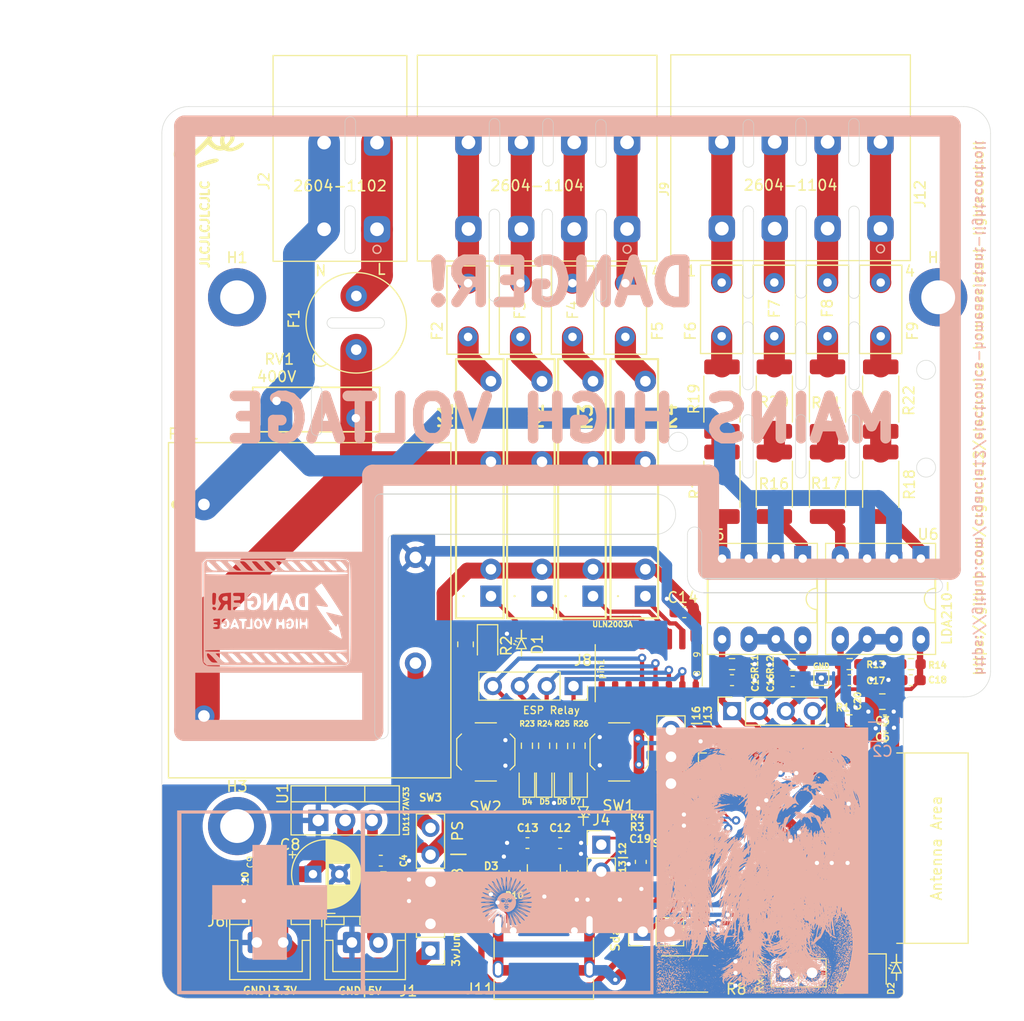
<source format=kicad_pcb>
(kicad_pcb (version 20221018) (generator pcbnew)
  (title_block (title "Home Assistant module for lights control") (date "2023-05-29") (rev "V.20230529.23"))
  (layers (0 "F.Cu" signal) (31 "B.Cu" signal) (34 "B.Paste" user) (35 "F.Paste" user) (36 "B.SilkS" user "B.Silkscreen") (37 "F.SilkS" user "F.Silkscreen") (38 "B.Mask" user) (39 "F.Mask" user) (44 "Edge.Cuts" user))
  (net 0 "")
  (net 1 "220VAC(L)")
  (net 2 "5V+")
  (net 3 "3.3V+")
  (net 4 "Net-(F1-Pad1)")
  (net 5 "Net-(F2-Pad1)")
  (net 6 "Net-(F3-Pad1)")
  (net 7 "Net-(F4-Pad1)")
  (net 8 "Net-(F5-Pad1)")
  (net 9 "Net-(F6-Pad2)")
  (net 10 "Net-(F7-Pad2)")
  (net 11 "Net-(F8-Pad2)")
  (net 12 "Net-(F9-Pad2)")
  (net 13 "Net-(J6-Pin_2)")
  (net 14 "EspSens1")
  (net 15 "EspSens2")
  (net 16 "EspSens3")
  (net 17 "EspSens4")
  (net 18 "EspRel1")
  (net 19 "EspRel2")
  (net 20 "EspRel3")
  (net 21 "EspRel4")
  (net 24 "220VAC(N)")
  (net 25 "EN")
  (net 26 "D+")
  (net 27 "D-")
  (net 28 "IO0")
  (net 29 "RXD0")
  (net 30 "TXD0")
  (net 31 "VBUS")
  (net 32 "GND")
  (net 33 "Net-(D1-A)")
  (net 34 "Net-(F2-Pad2)")
  (net 35 "Net-(F3-Pad2)")
  (net 36 "Net-(F4-Pad2)")
  (net 37 "Net-(F7-Pad1)")
  (net 38 "Net-(R17-Pad1)")
  (net 39 "Net-(R17-Pad2)")
  (net 40 "Net-(R18-Pad1)")
  (net 41 "Net-(R18-Pad2)")
  (net 42 "SDA")
  (net 43 "SCL")
  (net 44 "Net-(F8-Pad1)")
  (net 45 "Net-(F9-Pad1)")
  (net 46 "Net-(D2-A)")
  (net 47 "220VAC(N)-LowV")
  (net 48 "GPIO3")
  (net 49 "5V+_PS")
  (net 50 "Net-(F5-Pad2)")
  (net 51 "Net-(F6-Pad1)")
  (net 53 "Net-(D3-A)")
  (net 54 "Net-(D4-A)")
  (net 55 "Net-(D5-A)")
  (net 56 "Net-(D6-A)")
  (net 57 "Net-(D7-A)")
  (net 58 "Net-(J11-CC1)")
  (net 59 "Net-(J11-D+-PadA6)")
  (net 60 "Net-(J11-D--PadA7)")
  (net 62 "Net-(J11-CC2)")
  (net 64 "Net-(J11-SHIELD)")
  (net 65 "Net-(U3-O4)")
  (net 66 "GPIO16")
  (net 67 "Net-(U3-O5)")
  (net 68 "Net-(U3-O6)")
  (net 69 "GPIO9")
  (net 70 "Net-(U3-O7)")
  (net 76 "/ESP-D+")
  (net 77 "/ESP-D-")
  (net 78 "GPIO12")
  (net 79 "LED-GPIO")
  (net 82 "Net-(R15-Pad2)")
  (net 83 "Net-(R15-Pad1)")
  (net 84 "Net-(R16-Pad2)")
  (net 85 "Net-(R16-Pad1)")
  (net 100 "GPIO13")
  (footprint "Connector_PinHeader_2.54mm:PinHeader_1x02_P2.54mm_Vertical" (layer "F.Cu") (at 64.4774 110.7694 180)
    (fp_text reference "J7" hide)
    (fp_text value "Current Jumper" hide)
  )
  (footprint "Resistor_SMD:R_2512_6332Metric_Pad1.40x3.35mm_HandSolder" (layer "F.Cu") (at 92.0369 58.6125 -90)
    (fp_text reference "R19")
    (fp_text value "150kΩ1w" hide)
  )
  (footprint "Resistor_SMD:R_2512_6332Metric_Pad1.40x3.35mm_HandSolder" (layer "F.Cu") (at 96.9899 58.6125 -90)
    (fp_text reference "R20")
    (fp_text value "150kΩ1w" hide)
  )
  (footprint "Varistor:RV_Disc_D12mm_W4.2mm_P7.5mm" (layer "F.Cu") (at 49.9202 58.78285)
    (fp_text reference "RV1" hide)
    (fp_text value "400V")
  )
  (footprint "Resistor_SMD:R_2512_6332Metric_Pad1.40x3.35mm_HandSolder" (layer "F.Cu") (at 96.9899 66.6643 -90)
    (fp_text reference "R16")
    (fp_text value "150kΩ1w" hide)
  )
  (footprint "Resistor_SMD:R_2512_6332Metric_Pad1.40x3.35mm_HandSolder" (layer "F.Cu") (at 92.0369 66.6643 -90)
    (fp_text reference "R15")
    (fp_text value "150kΩ1w" hide)
  )
  (footprint "LED_SMD:LED_0805_2012Metric_Pad1.15x1.40mm_HandSolder" (layer "F.Cu") (at 69.8754 81.8044 -90)
    (fp_text reference "D1")
    (fp_text value "LED" hide)
  )
  (footprint "Resistor_SMD:R_0805_2012Metric_Pad1.20x1.40mm_HandSolder" (layer "F.Cu") (at 67.7926 81.7974 -90)
    (fp_text reference "R2")
    (fp_text value "100Ω" hide)
  )
  (footprint "Connector_JST:JST_XH_B2B-XH-A_1x02_P2.50mm_Vertical" (layer "F.Cu") (at 57.0484 109.9904)
    (fp_text reference "J1")
    (fp_text value "GND|5V")
  )
  (footprint "icons:che" (layer "F.Cu") (at 43.5159 34.3899)
    (fp_text reference "G1" hide)
    (fp_text value "LOGO" hide)
  )
  (footprint "icons:led_6000dpi" (layer "F.Cu") (at 72.9234 81.6864 90)
    (fp_text reference "G4" hide)
    (fp_text value "LOGO" hide)
  )
  (footprint "Capacitor_SMD:C_0603_1608Metric_Pad1.08x0.95mm_HandSolder" (layer "F.Cu") (at 49.4914 102.2604 180)
    (fp_text reference "C9")
    (fp_text value "100nF" hide)
  )
  (footprint "Capacitor_SMD:C_0805_2012Metric_Pad1.18x1.45mm_HandSolder" (layer "F.Cu") (at 60.0324 106.0704)
    (fp_text reference "C7")
    (fp_text value "NC")
  )
  (footprint "Capacitor_SMD:C_0603_1608Metric_Pad1.08x0.95mm_HandSolder" (layer "F.Cu") (at 88.4804 78.7654 180)
    (fp_text reference "C14")
    (fp_text value "100nF" hide)
  )
  (footprint "rac05-05sk:277" (layer "F.Cu") (at 53.0555 78.5764)
    (fp_text reference "PS1")
    (fp_text value "RAC05-05SK/277")
  )
  (footprint "Package_TO_SOT_THT:TO-220-3_Vertical" (layer "F.Cu") (at 53.8734 98.4504)
    (fp_text reference "U1")
    (fp_text value "LD1117AV33")
  )
  (footprint "wago-2604-1104:big_pads_2604-1104" (layer "F.Cu") (at 83.0659 42.5299 180)
    (fp_text reference "J9")
    (fp_text value "2604-1104")
  )
  (footprint "wago-2604-1102:big_pads_2604-1102" (layer "F.Cu") (at 59.4195 42.553499 180)
    (fp_text reference "J2")
    (fp_text value "2604-1102")
  )
  (footprint "wago-2604-1104:big_pads_2604-1104" (layer "F.Cu") (at 107.0259 42.489899 180)
    (fp_text reference "J12")
    (fp_text value "2604-1104")
  )
  (footprint "Fuse:Fuseholder_TR5_Littelfuse_No560_No460" (layer "F.Cu") (at 57.4659 48.8599 -90)
    (fp_text reference "F1")
    (fp_text value "250V500mA")
  )
  (footprint "MountingHole:MountingHole_3.2mm_M3_ISO14580_Pad" (layer "F.Cu") (at 112.4839 48.9839)
    (fp_text reference "H2")
    (fp_text value "MountingHole_Pad" hide)
  )
  (footprint "MountingHole:MountingHole_3.2mm_M3_ISO14580_Pad" (layer "F.Cu") (at 46.1899 48.9839)
    (fp_text reference "H1")
    (fp_text value "MountingHole_Pad" hide)
  )
  (footprint "Package_SO:SOIC-16_3.9x9.9mm_P1.27mm" (layer "F.Cu") (at 85.1154 83.7804 90)
    (fp_text reference "U3" hide)
    (fp_text value "ULN2003A")
  )
  (footprint "Resistor_SMD:R_2512_6332Metric_Pad1.40x3.35mm_HandSolder" (layer "F.Cu") (at 107.0483 66.6643 -90)
    (fp_text reference "R18")
    (fp_text value "150kΩ1w" hide)
  )
  (footprint "Resistor_SMD:R_2512_6332Metric_Pad1.40x3.35mm_HandSolder" (layer "F.Cu") (at 102.0191 58.6125 -90)
    (fp_text reference "R21")
    (fp_text value "150kΩ1w" hide)
  )
  (footprint "Resistor_SMD:R_2512_6332Metric_Pad1.40x3.35mm_HandSolder" (layer "F.Cu") (at 107.0483 58.6125 -90)
    (fp_text reference "R22")
    (fp_text value "150kΩ1w" hide)
  )
  (footprint "Package_DIP:DIP-8_W7.62mm_Socket_LongPads" (layer "F.Cu") (at 99.670674 73.69472 -90)
    (fp_text reference "U5")
    (fp_text value "LDA210-PDIP")
  )
  (footprint "Package_DIP:DIP-8_W7.62mm_Socket_LongPads" (layer "F.Cu") (at 110.846674 73.69472 -90)
    (fp_text reference "U6")
    (fp_text value "LDA210-PDIP" hide)
  )
  (footprint "Resistor_SMD:R_2512_6332Metric_Pad1.40x3.35mm_HandSolder" (layer "F.Cu") (at 102.0191 66.6643 -90)
    (fp_text reference "R17")
    (fp_text value "150kΩ1w" hide)
  )
  (footprint "Resistor_SMD:R_0603_1608Metric_Pad0.98x0.95mm_HandSolder" (layer "F.Cu") (at 104.0879 88.9889)
    (fp_text reference "R1")
    (fp_text value "10kΩ" hide)
  )
  (footprint "Capacitor_SMD:C_0603_1608Metric_Pad1.08x0.95mm_HandSolder" (layer "F.Cu") (at 104.0754 90.5129 180)
    (fp_text reference "C1")
    (fp_text value "100nF" hide)
  )
  (footprint "Connector_JST:JST_XH_B2B-XH-A_1x02_P2.50mm_Vertical" (layer "F.Cu") (at 48.0514 109.9904)
    (fp_text reference "J6")
    (fp_text value "GND|3.3V")
  )
  (footprint "Button_Switch_SMD:SW_SPST_TL3342" (layer "F.Cu") (at 82.3214 91.9734 -90)
    (fp_text reference "SW1")
    (fp_text value "Switch")
  )
  (footprint "Button_Switch_SMD:SW_SPST_TL3342" (layer "F.Cu") (at 69.7098 91.9734 90)
    (fp_text reference "SW2")
    (fp_text value "Switch")
  )
  (footprint "Connector_PinSocket_2.54mm:PinSocket_1x04_P2.54mm_Vertical" (layer "F.Cu") (at 92.9994 88.113 90)
    (fp_text reference "J13")
    (fp_text value "EspSense")
  )
  (footprint "Connector_PinHeader_2.54mm:PinHeader_1x02_P2.54mm_Vertical" (layer "F.Cu") (at 98.0164 112.8614 90)
    (fp_text reference "J10" hide)
    (fp_text value "Serial" hide)
  )
  (footprint "Capacitor_SMD:C_0603_1608Metric_Pad1.08x0.95mm_HandSolder" (layer "F.Cu") (at 107.4304 90.5129)
    (fp_text reference "C5")
    (fp_text value "100nF" hide)
  )
  (footprint "Capacitor_SMD:C_0603_1608Metric_Pad1.08x0.95mm_HandSolder" (layer "F.Cu") (at 84.3664 102.3714 -90)
    (fp_text reference "C19")
    (fp_text value "100nF" hide)
  )
  (footprint "Capacitor_SMD:C_0603_1608Metric" (layer "F.Cu") (at 73.6464 100.5914 180)
    (fp_text reference "C13")
    (fp_text value "20p" hide)
  )
  (footprint "Resistor_SMD:R_0603_1608Metric_Pad0.98x0.95mm_HandSolder" (layer "F.Cu") (at 104.1165 83.6676)
    (fp_text reference "R13")
    (fp_text value "10kΩ" hide)
  )
  (footprint "Connector_PinHeader_2.54mm:PinHeader_1x03_P2.54mm_Vertical" (layer "F.Cu") (at 87.2164 94.9714 180)
    (fp_text reference "J5")
    (fp_text value "9|3|16")
  )
  (footprint "RST-80-AMMO:FUSE_RST-1-BULK" (layer "F.Cu") (at 96.9899 50.1269 90)
    (fp_text reference "F7")
    (fp_text value "Fuse")
  )
  (footprint "Resistor_SMD:R_0603_1608Metric_Pad0.98x0.95mm_HandSolder" (layer "F.Cu") (at 76.9234 91.4117 90)
    (fp_text reference "R25")
    (fp_text value "100Ω" hide)
  )
  (footprint "Resistor_SMD:R_0603_1608Metric_Pad0.98x0.95mm_HandSolder" (layer "F.Cu") (at 78.5744 91.3874 90)
    (fp_text reference "R26")
    (fp_text value "100Ω")
  )
  (footprint "Resistor_SMD:R_0603_1608Metric_Pad0.98x0.95mm_HandSolder" (layer "F.Cu") (at 92.9894 83.6676)
    (fp_text reference "R11")
    (fp_text value "10kΩ" hide)
  )
  (footprint "Resistor_SMD:R_0603_1608Metric" (layer "F.Cu") (at 86.2164 97.6814 180)
    (fp_text reference "R4")
    (fp_text value "22Ω" hide)
  )
  (footprint "Resistor_SMD:R_0603_1608Metric" (layer "F.Cu") (at 86.2164 99.1564 180)
    (fp_text reference "R3")
    (fp_text value "22Ω" hide)
  )
  (footprint "Espressif:ESP32-S3-WROOM-2" (layer "F.Cu") (at 99.5664 101.0714 -90)
    (fp_text reference "U2")
    (fp_text value "ESP32-S3-WROOM-2" hide)
  )
  (footprint "LED_SMD:LED_0603_1608Metric" (layer "F.Cu") (at 76.9234 94.7674 90)
    (fp_text reference "D6")
    (fp_text value "LED" hide)
  )
  (footprint "RST-80-AMMO:FUSE_RST-1-BULK" (layer "F.Cu") (at 107.0483 50.1269 90)
    (fp_text reference "F9")
    (fp_text value "Fuse")
  )
  (footprint "Connector_PinHeader_2.54mm:PinHeader_1x02_P2.54mm_Vertical" (layer "F.Cu") (at 80.6264 100.7464)
    (fp_text reference "J4")
    (fp_text value "13|12")
  )
  (footprint "Connector_PinHeader_2.54mm:PinHeader_1x02_P2.54mm_Vertical" (layer "F.Cu") (at 84.5414 108.9714 90)
    (fp_text reference "J3" hide)
    (fp_text value "I2C" hide)
  )
  (footprint "TestPoint:TestPoint_THTPad_1.0x1.0mm_Drill0.5mm" (layer "F.Cu") (at 101.4344 84.9884)
    (fp_text reference "TP1" hide)
    (fp_text value "GND")
  )
  (footprint "LED_SMD:LED_0805_2012Metric_Pad1.15x1.40mm_HandSolder" (layer "F.Cu") (at 106.6064 112.9314 -90)
    (fp_text reference "D2")
    (fp_text value "LED")
  )
  (footprint "Diode_SMD:D_SOD-323" (layer "F.Cu") (at 69.2664 104.2714)
    (fp_text reference "D3")
    (fp_text value "BAT60A" hide)
  )
  (footprint "RST-80-AMMO:FUSE_RST-1-BULK" (layer "F.Cu") (at 82.9064 50.1904 90)
    (fp_text reference "F5")
    (fp_text value "Fuse")
  )
  (footprint "Capacitor_SMD:C_0805_2012Metric_Pad1.18x1.45mm_HandSolder" (layer "F.Cu") (at 49.2374 104.0384 180)
    (fp_text reference "C10")
    (fp_text value "NC")
  )
  (footprint "usb-c:USB_C_Receptacle_HRO_TYPE-C-31-M-12" (layer "F.Cu") (at 75.1924 111.4724)
    (fp_text reference "J11")
    (fp_text value "USB_C_Receptacle_USB2.0")
  )
  (footprint "Resistor_SMD:R_0603_1608Metric_Pad0.98x0.95mm_HandSolder" (layer "F.Cu") (at 109.9077 83.6676)
    (fp_text reference "R14")
    (fp_text value "10kΩ" hide)
  )
  (footprint "Connector_PinHeader_2.54mm:PinHeader_1x03_P2.54mm_Vertical" (layer "F.Cu") (at 64.4779 104.2416 180)
    (fp_text reference "SW3")
    (fp_text value "USB | PS")
  )
  (footprint "Capacitor_SMD:C_0603_1608Metric_Pad1.08x0.95mm_HandSolder" (layer "F.Cu") (at 104.1135 85.1916)
    (fp_text reference "C17")
    (fp_text value "22uF")
  )
  (footprint "LED_SMD:LED_0603_1608Metric" (layer "F.Cu") (at 73.596 94.7674 90)
    (fp_text reference "D4")
    (fp_text value "LED" hide)
  )
  (footprint "Capacitor_SMD:C_0603_1608Metric_Pad1.08x0.95mm_HandSolder" (layer "F.Cu") (at 98.7309 85.2932)
    (fp_text reference "C16")
    (fp_text value "22uF")
  )
  (footprint "Capacitor_SMD:C_0603_1608Metric_Pad1.08x0.95mm_HandSolder" (layer "F.Cu") (at 59.7784 102.2604)
    (fp_text reference "C4")
    (fp_text value "100nF" hide)
  )
  (footprint "RST-80-AMMO:FUSE_RST-1-BULK" (layer "F.Cu") (at 102.0191 50.1269 90)
    (fp_text reference "F8")
    (fp_text value "Fuse")
  )
  (footprint "icons:led_6000dpi" (layer "F.Cu") (at 108.3818 112.3442 90)
    (fp_text reference "G2" hide)
    (fp_text value "LOGO" hide)
  )
  (footprint "Resistor_SMD:R_0603_1608Metric_Pad0.98x0.95mm_HandSolder" (layer "F.Cu") (at 73.596 91.3873 90)
    (fp_text reference "R23")
    (fp_text value "100Ω" hide)
  )
  (footprint "Capacitor_SMD:C_0603_1608Metric_Pad1.08x0.95mm_HandSolder" (layer "F.Cu") (at 109.9047 85.1916 180)
    (fp_text reference "C18")
    (fp_text value "22uF")
  )
  (footprint "Resistor_SMD:R_0603_1608Metric_Pad0.98x0.95mm_HandSolder" (layer "F.Cu") (at 77.8964 103.4614 90)
    (fp_text reference "R9")
    (fp_text value "5.1kΩ")
  )
  (footprint "Resistor_SMD:R_0603_1608Metric_Pad0.98x0.95mm_HandSolder" (layer "F.Cu") (at 75.2216 91.3892 90)
    (fp_text reference "R24")
    (fp_text value "100Ω" hide)
  )
  (footprint "AQG12205:AQG12205" (layer "F.Cu") (at 70.1924 77.2414 90)
    (fp_text reference "K1")
    (fp_text value "AQG12205" hide)
  )
  (footprint "AQG12205:AQG12205" (layer "F.Cu") (at 75.0184 77.2414 90)
    (fp_text reference "K2")
    (fp_text value "AQG12205" hide)
  )
  (footprint "RST-80-AMMO:FUSE_RST-1-BULK" (layer "F.Cu") (at 72.9864 50.1904 90)
    (fp_text reference "F3")
    (fp_text value "Fuse")
  )
  (footprint "AQG12205:AQG12205" (layer "F.Cu") (at 84.7974 77.2414 90)
    (fp_text reference "K4")
    (fp_text value "AQG12205" hide)
  )
  (footprint "Resistor_SMD:R_2512_6332Metric_Pad1.40x3.35mm_HandSolder" (layer "F.Cu") (at 88.5164 112.9714)
    (fp_text reference "R8")
    (fp_text value "150kΩ1w" hide)
  )
  (footprint "sht40:XDCR_SHT40-AD1B-R2" (layer "F.Cu") (at 86.9764 102.065 180)
    (fp_text reference "U7")
    (fp_text value "SHT4x")
  )
  (footprint "Package_TO_SOT_SMD:SOT-23-6" (layer "F.Cu") (at 75.1964 103.4314 90)
    (fp_text reference "U4")
    (fp_text value "USBLC6-2SC6" hide)
  )
  (footprint "AQG12205:AQG12205" (layer "F.Cu") (at 79.8444 77.2414 90)
    (fp_text reference "K3")
    (fp_text value "AQG12205" hide)
  )
  (footprint "Capacitor_SMD:C_0603_1608Metric" (layer "F.Cu") (at 76.7364 100.5914)
    (fp_text reference "C12")
    (fp_text value "20p" hide)
  )
  (footprint "Resistor_SMD:R_0603_1608Metric_Pad0.98x0.95mm_HandSolder" (layer "F.Cu") (at 86.858 104.814)
    (fp_text reference "R7")
    (fp_text value "10kΩ" hide)
  )
  (footprint "Capacitor_SMD:C_0805_2012Metric_Pad1.18x1.45mm_HandSolder" (layer "F.Cu") (at 49.2374 106.0704 180)
    (fp_text reference "C11")
    (fp_text value "NC")
  )
  (footprint "Capacitor_THT:CP_Radial_D6.3mm_P2.50mm" (layer "F.Cu") (at 53.3654 103.5304)
    (fp_text reference "C8")
    (fp_text value "10uF" hide)
  )
  (footprint "RST-80-AMMO:FUSE_RST-1-BULK" (layer "F.Cu") (at 92.0115 50.1269 90)
    (fp_text reference "F6")
    (fp_text value "Fuse")
  )
  (footprint "LED_SMD:LED_0603_1608Metric" (layer "F.Cu") (at 78.5744 94.7674 90)
    (fp_text reference "D7")
    (fp_text value "LED")
  )
  (footprint "Capacitor_SMD:C_0603_1608Metric_Pad1.08x0.95mm_HandSolder" (layer "F.Cu") (at 107.4409 88.9889)
    (fp_text reference "C3")
    (fp_text value "22uF" hide)
  )
  (footprint "Capacitor_SMD:C_0805_2012Metric_Pad1.18x1.45mm_HandSolder" (layer "F.Cu") (at 60.0324 104.0384)
    (fp_text reference "C6")
    (fp_text value "NC")
  )
  (footprint "icons:led_6000dpi" (layer "F.Cu") (at 79.0824 97.6884 -90)
    (fp_text reference "G2" hide)
    (fp_text value "LOGO" hide)
  )
  (footprint "Resistor_SMD:R_0603_1608Metric_Pad0.98x0.95mm_HandSolder" (layer "F.Cu") (at 98.7298 83.7184)
    (fp_text reference "R12")
    (fp_text value "10kΩ" hide)
  )
  (footprint "Resistor_SMD:R_0603_1608Metric_Pad0.98x0.95mm_HandSolder" (layer "F.Cu") (at 86.858 106.338)
    (fp_text reference "R6")
    (fp_text value "10kΩ" hide)
  )
  (footprint "RST-80-AMMO:FUSE_RST-1-BULK" (layer "F.Cu") (at 68.0334 50.1904 90)
    (fp_text reference "F2")
    (fp_text value "Fuse")
  )
  (footprint "Resistor_SMD:R_0805_2012Metric_Pad1.20x1.40mm_HandSolder" (layer "F.Cu") (at 104.6064 112.9314 90)
    (fp_text reference "R5")
    (fp_text value "100Ω")
  )
  (footprint "Resistor_SMD:R_0603_1608Metric_Pad0.98x0.95mm_HandSolder" (layer "F.Cu") (at 72.4264 103.4414 90)
    (fp_text reference "R10")
    (fp_text value "5.1kΩ" hide)
  )
  (footprint "Connector_PinSocket_2.54mm:PinSocket_1x04_P2.54mm_Vertical" (layer "F.Cu") (at 78.0034 85.7504 -90)
    (fp_text reference "J8")
    (fp_text value "EspRelays" hide)
  )
  (footprint "MountingHole:MountingHole_3.2mm_M3_ISO14580_Pad" (layer "F.Cu") (at 46.1899 98.9839)
    (fp_text reference "H3")
    (fp_text value "MountingHole_Pad")
  )
  (footprint "Capacitor_SMD:C_0603_1608Metric_Pad1.08x0.95mm_HandSolder" (layer "F.Cu") (at 92.9883 85.1916)
    (fp_text reference "C15")
    (fp_text value "22uF")
  )
  (footprint "RST-80-AMMO:FUSE_RST-1-BULK" (layer "F.Cu") (at 77.9064 50.1904 90)
    (fp_text reference "F4")
    (fp_text value "Fuse")
  )
  (footprint "Capacitor_SMD:C_0805_2012Metric_Pad1.18x1.45mm_HandSolder" (layer "F.Cu") (at 107.1989 87.2214)
    (fp_text reference "C20")
    (fp_text value "NC" hide)
  )
  (footprint "LED_SMD:LED_0603_1608Metric" (layer "F.Cu") (at 75.2216 94.7674 90)
    (fp_text reference "D5")
    (fp_text value "LED" hide)
  )
  (footprint "icons:danger1_negative" (layer "B.Cu") (at 49.9364 78.7654 180)
    (fp_text reference "G3" hide)
    (fp_text value "LOGO" hide)
  )
  (footprint "Capacitor_SMD:C_1206_3216Metric_Pad1.33x1.80mm_HandSolder" (layer "B.Cu") (at 106.6039 90.0614)
    (fp_text reference "C2")
    (fp_text value "NC")
  )
  (footprint "icons:flags" (layer "B.Cu") (at 63.0428 106.1974 180)
    (fp_text reference "G6" hide)
    (fp_text value "LOGO" hide)
  )
  (footprint "icons:depsi" (layer "B.Cu") (at 95.8596 102.235 180)
    (fp_text reference "G5" hide)
    (fp_text value "LOGO" hide)
  )
  (footprint "NetTie:NetTie-2_SMD_Pad2.0mm" (layer "B.Cu") (at 92.2909 63.7794 -90)
    (fp_text reference "NT1" hide)
    (fp_text value "NetTie_2")
  )
  (gr_line (start 113.6264 74.7014) (end 90.7664 74.7014) (stroke (width 2)) (layer "B.SilkS"))
  (gr_line (start 41.2364 89.9414) (end 41.2364 32.7914) (stroke (width 2)) (layer "B.SilkS"))
  (gr_line (start 113.6264 32.7914) (end 113.6264 74.7014) (stroke (width 2)) (layer "B.SilkS"))
  (gr_line (start 59.0164 65.8114) (end 59.0164 89.9414) (stroke (width 2)) (layer "B.SilkS"))
  (gr_line (start 90.7664 74.7014) (end 90.7664 65.8114) (stroke (width 2)) (layer "B.SilkS"))
  (gr_line (start 59.0164 89.9414) (end 41.2364 89.9414) (stroke (width 2)) (layer "B.SilkS"))
  (gr_line (start 90.7664 65.8114) (end 59.0164 65.8114) (stroke (width 2)) (layer "B.SilkS"))
  (gr_line (start 41.2364 32.7914) (end 113.6264 32.7914) (stroke (width 2)) (layer "B.SilkS"))
  (gr_line (start 117.4364 84.335349) (end 117.4369 33.4899) (stroke (width 0.05)) (layer "Edge.Cuts"))
  (gr_line (start 75.7559 115.2799) (end 41.6179 115.2799) (stroke (width 0.05)) (layer "Edge.Cuts"))
  (gr_circle (center 111.3409 55.8419) (end 112.2409 55.8419) (stroke (width 0.05)) (fill none) (layer "Edge.Cuts"))
  (gr_line (start 85.7559 71.3994) (end 61.0362 71.3994) (stroke (width 0.1)) (layer "Edge.Cuts"))
  (gr_line (start 114.8969 30.9499) (end 41.6179 30.9499) (stroke (width 0.05)) (layer "Edge.Cuts"))
  (gr_line (start 59.7662 67.5894) (end 85.7559 67.5894) (stroke (width 0.1)) (layer "Edge.Cuts"))
  (gr_line (start 39.0779 112.7379) (end 39.0779 33.4899) (stroke (width 0.05)) (layer "Edge.Cuts"))
  (gr_arc (start 85.7559 67.5894) (mid 87.6609 69.4944) (end 85.7559 71.3994) (stroke (width 0.05)) (layer "Edge.Cuts"))
  (gr_arc (start 41.6179 115.2799) (mid 39.821727 114.534659) (end 39.0779 112.7379) (stroke (width 0.05)) (layer "Edge.Cuts"))
  (gr_line (start 108.6099 115.2779) (end 75.7559 115.2799) (stroke (width 0.05)) (layer "Edge.Cuts"))
  (gr_arc (start 114.8969 30.9499) (mid 116.692951 31.693849) (end 117.4369 33.4899) (stroke (width 0.05)) (layer "Edge.Cuts"))
  (gr_line (start 100.01545 57.23595) (end 100.01545 51.80625) (stroke (width 0.05)) (layer "Edge.Cuts"))
  (gr_line (start 104.0198 32.5755) (end 104.0198 36.0839) (stroke (width 0.05)) (layer "Edge.Cuts"))
  (gr_circle (center 87.8967 62.6491) (end 88.7967 62.6491) (stroke (width 0.05)) (fill none) (layer "Edge.Cuts"))
  (gr_line (start 75.02115 41.1507) (end 75.02115 48.87815) (stroke (width 0.05)) (layer "Edge.Cuts"))
  (gr_line (start 70.0346 32.5755) (end 70.0346 36.0839) (stroke (width 0.05)) (layer "Edge.Cuts"))
  (gr_arc (start 90.3194 76.92052) (mid 89.227542 76.468258) (end 88.77528 75.3764) (stroke (width 0.05)) (layer "Edge.Cuts"))
  (gr_arc (start 95.0341 36.1855) (mid 94.53585 36.68375) (end 94.0376 36.1855) (stroke (width 0.05)) (layer "Edge.Cuts"))
  (gr_line (start 93.98975 51.80625) (end 93.98975 57.23595) (stroke (width 0.05)) (layer "Edge.Cuts"))
  (gr_arc (start 94.0376 32.6771) (mid 94.53585 32.17885) (end 95.0341 32.6771) (stroke (width 0.05)) (layer "Edge.Cuts"))
  (gr_line (start 56.3694 40.8305) (end 56.3694 44.3389) (stroke (width 0.05)) (layer "Edge.Cuts"))
  (gr_line (start 94.98625 57.23595) (end 94.98625 51.80625) (stroke (width 0.05)) (layer "Edge.Cuts"))
  (gr_arc (start 94.98625 65.5764) (mid 94.488 66.07465) (end 93.98975 65.5764) (stroke (width 0.05)) (layer "Edge.Cuts"))
  (gr_arc (start 76.0857 36.0839) (mid 75.58745 36.58215) (end 75.0892 36.0839) (stroke (width 0.05)) (layer "Edge.Cuts"))
  (gr_arc (start 105.01925 48.5863) (mid 104.521 49.08455) (end 104.02275 48.5863) (stroke (width 0.05)) (layer "Edge.Cuts"))
  (gr_arc (start 75.02115 41.1507) (mid 75.5194 40.65245) (end 76.01765 41.1507) (stroke (width 0.05)) (layer "Edge.Cuts"))
  (gr_arc (start 59.2074 68.1482) (mid 59.371069 67.753069) (end 59.7662 67.5894) (stroke (width 0.05)) (layer "Edge.Cuts"))
  (gr_circle (center 111.3409 65.0875) (end 112.2409 65.0875) (stroke (width 0.05)) (fill none) (layer "Edge.Cuts"))
  (gr_line (start 105.04465 57.23595) (end 105.04465 51.80625) (stroke (width 0.05)) (layer "Edge.Cuts"))
  (gr_arc (start 100.01545 57.23595) (mid 99.5172 57.7342) (end 99.01895 57.23595) (stroke (width 0.05)) (layer "Edge.Cuts"))
  (gr_arc (start 75.0892 32.5755) (mid 75.58745 32.07725) (end 76.0857 32.5755) (stroke (width 0.05)) (layer "Edge.Cuts"))
  (gr_arc (start 105.0163 36.0839) (mid 104.51805 36.58215) (end 104.0198 36.0839) (stroke (width 0.05)) (layer "Edge.Cuts"))
  (gr_line (start 59.631775 50.910775) (end 55.200025 50.910775) (stroke (width 0.05)) (layer "Edge.Cuts"))
  (gr_arc (start 93.98975 51.80625) (mid 94.488 51.308) (end 94.98625 51.80625) (stroke (width 0.05)) (layer "Edge.Cuts"))
  (gr_line (start 104.02275 40.85885) (end 104.02275 48.5863) (stroke (width 0.05)) (layer "Edge.Cuts"))
  (gr_line (start 105.01925 48.5863) (end 105.01925 40.85885) (stroke (width 0.05)) (layer "Edge.Cuts"))
  (gr_line (start 80.093 32.6771) (end 80.093 36.1855) (stroke (width 0.05)) (layer "Edge.Cuts"))
  (gr_line (start 90.3194 75.57432) (end 112.218274 75.57432) (stroke (width 0.1)) (layer "Edge.Cuts"))
  (gr_arc (start 88.77528 71.3764) (mid 89.448381 70.703324) (end 90.121481 71.3764) (stroke (width 0.05)) (layer "Edge.Cuts"))
  (gr_line (start 98.99355 60.5764) (end 98.99355 65.5764) (stroke (width 0.05)) (layer "Edge.Cuts"))
  (gr_arc (start 109.1814 87.4014) (mid 109.367387 86.952387) (end 109.8164 86.7664) (stroke (width 0.05)) (layer "Edge.Cuts"))
  (gr_arc (start 60.4774 71.9582) (mid 60.641039 71.563039) (end 61.0362 71.3994) (stroke (width 0.05)) (layer "Edge.Cuts"))
  (gr_arc (start 104.04815 51.80625) (mid 104.5464 51.308) (end 105.04465 51.80625) (stroke (width 0.05)) (layer "Edge.Cuts"))
  (gr_line (start 59.2074 68.1482) (end 59.2074 90.1192) (stroke (width 0.05)) (layer "Edge.Cuts"))
  (gr_arc (start 80.12115 41.1764) (mid 80.6194 40.67815) (end 81.11765 41.1764) (stroke (width 0.05)) (layer "Edge.Cuts"))
  (gr_line (start 94.0259 40.8471) (end 94.0259 48.57455) (stroke (width 0.05)) (layer "Edge.Cuts"))
  (gr_arc (start 71.01765 48.87815) (mid 70.5194 49.3764) (end 70.02115 48.87815) (stroke (width 0.05)) (layer "Edge.Cuts"))
  (gr_line (start 80.12115 41.1764) (end 80.12115 48.90385) (stroke (width 0.05)) (layer "Edge.Cuts"))
  (gr_arc (start 57.3924 35.9283) (mid 56.89415 36.42655) (end 56.3959 35.9283) (stroke (width 0.05)) (layer "Edge.Cuts"))
  (gr_arc (start 71.0311 36.0839) (mid 70.53285 36.58215) (end 70.0346 36.0839) (stroke (width 0.05)) (layer "Edge.Cuts"))
  (gr_line (start 100.0125 36.0331) (end 100.0125 32.5247) (stroke (width 0.05)) (layer "Edge.Cuts"))
  (gr_line (start 105.04465 65.5764) (end 105.04465 60.5764) (stroke (width 0.05)) (layer "Edge.Cuts"))
  (gr_line (start 93.98975 60.5764) (end 93.98975 65.5764) (stroke (width 0.05)) (layer "Edge.Cuts"))
  (gr_arc (start 104.02275 40.85885) (mid 104.521 40.3606) (end 105.01925 40.85885) (stroke (width 0.05)) (layer "Edge.Cuts"))
  (gr_line (start 94.0376 32.6771) (end 94.0376 36.1855) (stroke (width 0.05)) (layer "Edge.Cuts"))
  (gr_line (start 104.04815 60.5764) (end 104.04815 65.5764) (stroke (width 0.05)) (layer "Edge.Cuts"))
  (gr_arc (start 54.2095 61.55515) (mid 53.71125 62.0534) (end 53.213 61.55515) (stroke (width 0.05)) (layer "Edge.Cuts"))
  (gr_line (start 112.218274 76.92052) (end 90.3194 76.92052) (stroke (width 0.1)) (layer "Edge.Cuts"))
  (gr_line (start 100.01545 48.5609) (end 100.01545 40.83345) (stroke (width 0.05)) (layer "Edge.Cuts"))
  (gr_arc (start 95.0224 48.57455) (mid 94.52415 49.0728) (end 94.0259 48.57455) (stroke (width 0.05)) (layer "Edge.Cuts"))
  (gr_arc (start 109.1814 114.7064) (mid 109.014012 115.110512) (end 108.6099 115.2779) (stroke (width 0.05)) (layer "Edge.Cuts"))
  (gr_arc (start 56.3959 32.4199) (mid 56.89415 31.92165) (end 57.3924 32.4199) (stroke (width 0.05)) (layer "Edge.Cuts"))
  (gr_line (start 109.1814 87.4014) (end 109.1814 114.7064) (stroke (width 0.05)) (layer "Edge.Cuts"))
  (gr_arc (start 76.01765 48.87815) (mid 75.5194 49.3764) (end 75.02115 48.87815) (stroke (width 0.05)) (layer "Edge.Cuts"))
  (gr_line (start 57.3924 35.9283) (end 57.3924 32.4199) (stroke (width 0.05)) (layer "Edge.Cuts"))
  (gr_arc (start 59.631775 50.910775) (mid 60.130025 51.409) (end 59.631775 51.907275) (stroke (width 0.05)) (layer "Edge.Cuts"))
  (gr_line (start 57.3659 44.3389) (end 57.3659 40.8305) (stroke (width 0.05)) (layer "Edge.Cuts"))
  (gr_line (start 95.0224 48.57455) (end 95.0224 40.8471) (stroke (width 0.05)) (layer "Edge.Cuts"))
  (gr_arc (start 56.3694 40.8305) (mid 56.86765 40.33225) (end 57.3659 40.8305) (stroke (width 0.05)) (layer "Edge.Cuts"))
  (gr_arc (start 57.3659 44.3389) (mid 56.86765 44.83715) (end 56.3694 44.3389) (stroke (width 0.05)) (layer "Edge.Cuts"))
  (gr_line (start 81.0895 36.1855) (end 81.0895 32.6771) (stroke (width 0.05)) (layer "Edge.Cuts"))
  (gr_line (start 75.0892 32.5755) (end 75.0892 36.0839) (stroke (width 0.05)) (layer "Edge.Cuts"))
  (gr_line (start 99.01895 51.80625) (end 99.01895 57.23595) (stroke (width 0.05)) (layer "Edge.Cuts"))
  (gr_arc (start 80.093 32.6771) (mid 80.59125 32.17885) (end 81.0895 32.6771) (stroke (width 0.05)) (layer "Edge.Cuts"))
  (gr_arc (start 94.98625 57.23595) (mid 94.488 57.7342) (end 93.98975 57.23595) (stroke (width 0.05)) (layer "Edge.Cuts"))
  (gr_arc (start 39.0779 33.4899) (mid 39.821849 31.693849) (end 41.6179 30.9499) (stroke (width 0.05)) (layer "Edge.Cuts"))
  (gr_arc (start 55.200025 51.907275) (mid 54.701725 51.409) (end 55.200025 50.910775) (stroke (width 0.05)) (layer "Edge.Cuts"))
  (gr_arc (start 117.4364 84.335349) (mid 116.685546 86.093275) (end 114.8964 86.7664) (stroke (width 0.05)) (layer "Edge.Cuts"))
  (gr_line (start 53.213 57.87565) (end 53.213 61.55515) (stroke (width 0.05)) (layer "Edge.Cuts"))
  (gr_line (start 99.01895 40.83345) (end 99.01895 48.5609) (stroke (width 0.05)) (layer "Edge.Cuts"))
  (gr_line (start 76.0857 36.0839) (end 76.0857 32.5755) (stroke (width 0.05)) (layer "Edge.Cuts"))
  (gr_arc (start 70.02115 41.1507) (mid 70.5194 40.65245) (end 71.01765 41.1507) (stroke (width 0.05)) (layer "Edge.Cuts"))
  (gr_arc (start 99.01895 51.80625) (mid 99.5172 51.308) (end 100.01545 51.80625) (stroke (width 0.05)) (layer "Edge.Cuts"))
  (gr_arc (start 100.0125 36.0331) (mid 99.51425 36.53135) (end 99.016 36.0331) (stroke (width 0.05)) (layer "Edge.Cuts"))
  (gr_arc (start 99.016 32.5247) (mid 99.51425 32.02645) (end 100.0125 32.5247) (stroke (width 0.05)) (layer "Edge.Cuts"))
  (gr_arc (start 60.4774 90.1192) (mid 59.8424 90.738778) (end 59.2074 90.1192) (stroke (width 0.05)) (layer "Edge.Cuts"))
  (gr_arc (start 104.04815 60.5764) (mid 104.5464 60.07815) (end 105.04465 60.5764) (stroke (width 0.05)) (layer "Edge.Cuts"))
  (gr_arc (start 105.04465 57.23595) (mid 104.5464 57.7342) (end 104.04815 57.23595) (stroke (width 0.05)) (layer "Edge.Cuts"))
  (gr_arc (start 100.01545 48.5609) (mid 99.5172 49.05915) (end 99.01895 48.5609) (stroke (width 0.05)) (layer "Edge.Cuts"))
  (gr_arc (start 90.3194 75.574319) (mid 90.17945 75.51635) (end 90.121481 75.3764) (stroke (width 0.05)) (layer "Edge.Cuts"))
  (gr_arc (start 99.99005 65.5764) (mid 99.4918 66.07465) (end 98.99355 65.5764) (stroke (width 0.05)) (layer "Edge.Cuts"))
  (gr_line (start 105.0163 36.0839) (end 105.0163 32.5755) (stroke (width 0.05)) (layer "Edge.Cuts"))
  (gr_arc (start 99.01895 40.83345) (mid 99.5172 40.3352) (end 100.01545 40.83345) (stroke (width 0.05)) (layer "Edge.Cuts"))
  (gr_arc (start 70.0346 32.5755) (mid 70.53285 32.07725) (end 71.0311 32.5755) (stroke (width 0.05)) (layer "Edge.Cuts"))
  (gr_line (start 71.0311 36.0839) (end 71.0311 32.5755) (stroke (width 0.05)) (layer "Edge.Cuts"))
  (gr_line (start 56.3959 32.4199) (end 56.3959 35.9283) (stroke (width 0.05)) (layer "Edge.Cuts"))
  (gr_arc (start 81.11765 48.90385) (mid 80.6194 49.4021) (end 80.12115 48.90385) (stroke (width 0.05)) (layer "Edge.Cuts"))
  (gr_line (start 104.04815 51.80625) (end 104.04815 57.23595) (stroke (width 0.05)) (layer "Edge.Cuts"))
  (gr_line (start 109.8164 86.7664) (end 114.8964 86.7664) (stroke (width 0.05)) (layer "Edge.Cuts"))
  (gr_line (start 94.98625 65.5764) (end 94.98625 60.5764) (stroke (width 0.05)) (layer "Edge.Cuts"))
  (gr_line (start 88.77528 75.3764) (end 88.77528 71.3764) (stroke (width 0.05)) (layer "Edge.Cuts"))
  (gr_arc (start 53.213 57.87565) (mid 53.71125 57.3774) (end 54.2095 57.87565) (stroke (width 0.05)) (layer "Edge.Cuts"))
  (gr_line (start 71.01765 48.87815) (end 71.01765 41.1507) (stroke (width 0.05)) (layer "Edge.Cuts"))
  (gr_arc (start 112.218274 75.57432) (mid 112.89138 76.2474) (end 112.218274 76.92052) (stroke (width 0.05)) (layer "Edge.Cuts"))
  (gr_line (start 90.121481 71.3764) (end 90.121481 75.3764) (stroke (width 0.05)) (layer "Edge.Cuts"))
  (gr_arc (start 93.98975 60.5764) (mid 94.488 60.07815) (end 94.98625 60.5764) (stroke (width 0.05)) (layer "Edge.Cuts"))
  (gr_arc (start 98.99355 60.5764) (mid 99.4918 60.07815) (end 99.99005 60.5764) (stroke (width 0.05)) (layer "Edge.Cuts"))
  (gr_arc (start 104.0198 32.5755) (mid 104.51805 32.07725) (end 105.0163 32.5755) (stroke (width 0.05)) (layer "Edge.Cuts"))
  (gr_arc (start 81.0895 36.1855) (mid 80.59125 36.68375) (end 80.093 36.1855) (stroke (width 0.05)) (layer "Edge.Cuts"))
  (gr_line (start 54.2095 61.55515) (end 54.2095 57.87565) (stroke (width 0.05)) (layer "Edge.Cuts"))
  (gr_line (start 99.016 32.5247) (end 99.016 36.0331) (stroke (width 0.05)) (layer "Edge.Cuts"))
  (gr_line (start 99.99005 65.5764) (end 99.99005 60.5764) (stroke (width 0.05)) (layer "Edge.Cuts"))
  (gr_line (start 95.0341 36.1855) (end 95.0341 32.6771) (stroke (width 0.05)) (layer "Edge.Cuts"))
  (gr_line (start 76.01765 48.87815) (end 76.01765 41.1507) (stroke (width 0.05)) (layer "Edge.Cuts"))
  (gr_line (start 60.4774 90.1192) (end 60.4774 71.9582) (stroke (width 0.05)) (layer "Edge.Cuts"))
  (gr_line (start 55.200025 51.907275) (end 59.631775 51.907275) (stroke (width 0.05)) (layer "Edge.Cuts"))
  (gr_line (start 70.02115 41.1507) (end 70.02115 48.87815) (stroke (width 0.05)) (layer "Edge.Cuts"))
  (gr_arc (start 94.0259 40.8471) (mid 94.52415 40.34885) (end 95.0224 40.8471) (stroke (width 0.05)) (layer "Edge.Cuts"))
  (gr_line (start 81.11765 48.90385) (end 81.11765 41.1764) (stroke (width 0.05)) (layer "Edge.Cuts"))
  (gr_arc (start 105.04465 65.5764) (mid 104.5464 66.07465) (end 104.04815 65.5764) (stroke (width 0.05)) (layer "Edge.Cuts"))
  (gr_text "DANGER!\n\nMAINS HIGH VOLTAGE" (at 76.8464 54.0714) (layer "B.SilkS") (effects (font (size 4 4) (thickness 1)) (justify mirror)))
  (gr_text "https://github.com/crgarcia12/electronics-homeassistant-lightscontroll" (at 116.4364 59.4214 -90) (layer "B.SilkS") (effects (font (size 0.9 0.9)) (justify mirror)))
  (gr_text "4" (at 109.8059 46.5199) (layer "F.SilkS") (effects (font (size 1 1))))
  (gr_text "1" (at 89.1259 46.4899) (layer "F.SilkS") (effects (font (size 1 1))))
  (gr_text "V.20230201.22" (at 41.2164 43.4614 90) (layer "F.SilkS") (effects (font (size 1 1))))
  (gr_text "N" (at 54.7194 46.4764) (layer "F.SilkS") (effects (font (size 1 1)) (justify right)))
  (gr_text "L" (at 59.3159 46.3399) (layer "F.SilkS") (effects (font (size 1 1)) (justify left)))
  (gr_text "ESP Relay" (at 75.9074 88.0364) (layer "F.SilkS") (effects (font (size 0.7 0.7) (thickness 0.125))))
  (gr_text "4" (at 85.8134 46.6344) (layer "F.SilkS") (effects (font (size 1 1))))
  (gr_text "1" (at 65.3664 46.5074) (layer "F.SilkS") (effects (font (size 1 1))))
  (gr_text "JLCJLCJLCJLC" (at 43.1564 42.0814 90) (layer "F.SilkS") (effects (font (size 0.8 0.8) (thickness 0.2))))
  (gr_text "https://github.com/crgarcia12/electronics-homeassistant-lightscontroll" (at 116.3164 59.4614 90) (layer "F.SilkS") (effects (font (size 0.9 0.9))))
  (segment (start 43.0555 88.5764) (end 43.0555 79.3471) (width 3) (layer "F.Cu") (net 1))
  (segment (start 57.4202 64.9824) (end 57.4202 63.1352) (width 3) (layer "F.Cu") (net 1))
  (segment (start 57.8612 64.5414) (end 84.7974 64.5414) (width 2) (layer "F.Cu") (net 1))
  (segment (start 57.4202 63.1352) (end 57.4559 63.0995) (width 3) (layer "F.Cu") (net 1))
  (segment (start 57.4559 63.0995) (end 57.4559 53.9399) (width 3) (layer "F.Cu") (net 1))
  (segment (start 43.0555 79.3471) (end 57.4202 64.9824) (width 3) (layer "F.Cu") (net 1))
  (segment (start 57.4202 64.9824) (end 57.8612 64.5414) (width 1.5) (layer "F.Cu") (net 1))
  (segment (start 58.9949 104.0384) (end 58.9949 109.4369) (width 1) (layer "F.Cu") (net 2))
  (segment (start 67.9704 74.8284) (end 70.1924 74.8284) (width 1.5) (layer "F.Cu") (net 2))
  (segment (start 66.0974 82.7974) (end 65.8114 83.0834) (width 1) (layer "F.Cu") (net 2))
  (segment (start 65.8114 76.9874) (end 67.9704 74.8284) (width 1.5) (layer "F.Cu") (net 2))
  (segment (start 58.9949 101.0119) (end 63.7882 101.0119) (width 1) (layer "F.Cu") (net 2))
  (segment (start 58.9949 104.0384) (end 58.9949 101.0119) (width 1) (layer "F.Cu") (net 2))
  (segment (start 89.5604 78.9829) (end 89.3429 78.7654) (width 1) (layer "F.Cu") (net 2))
  (segment (start 63.7882 101.0119) (end 64.4779 101.7016) (width 1) (layer "F.Cu") (net 2))
  (segment (start 66.277411 96.833611) (end 65.8114 96.3676) (width 1.5) (layer "F.Cu") (net 2))
  (segment (start 89.5604 81.3054) (end 89.5604 78.9829) (width 1) (layer "F.Cu") (net 2))
  (segment (start 70.1924 74.8284) (end 84.7974 74.8284) (width 1.5) (layer "F.Cu") (net 2))
  (segment (start 58.9949 109.4369) (end 59.5484 109.9904) (width 1) (layer "F.Cu") (net 2))
  (segment (start 89.3429 78.7654) (end 89.3429 78.312522) (width 1) (layer "F.Cu") (net 2))
  (segment (start 66.277411 99.906983) (end 66.277411 96.833611) (width 1.5) (layer "F.Cu") (net 2))
  (segment (start 65.566197 100.618197) (end 66.277411 99.906983) (width 1.5) (layer "F.Cu") (net 2))
  (segment (start 89.3429 78.312522) (end 85.731778 74.7014) (width 1) (layer "F.Cu") (net 2))
  (segment (start 64.4779 101.7016) (end 65.561303 100.618197) (width 1.5) (layer "F.Cu") (net 2))
  (segment (start 58.9949 98.4919) (end 58.9534 98.4504) (width 1) (layer "F.Cu") (net 2))
  (segment (start 65.8114 83.0834) (end 65.8114 76.9874) (width 1.5) (layer "F.Cu") (net 2))
  (segment (start 58.9949 101.0119) (end 58.9949 98.4919) (width 1) (layer "F.Cu") (net 2))
  (segment (start 67.7926 82.7974) (end 66.0974 82.7974) (width 1) (layer "F.Cu") (net 2))
  (segment (start 65.8114 96.3676) (end 65.8114 83.0834) (width 1.5) (layer "F.Cu") (net 2))
  (segment (start 65.561303 100.618197) (end 65.566197 100.618197) (width 1.5) (layer "F.Cu") (net 2))
  (segment (start 85.731778 74.7014) (end 84.7974 74.7014) (width 1) (layer "F.Cu") (net 2))
  (segment (start 106.5784 87.4484) (end 106.5784 89.5194) (width 1) (layer "F.Cu") (net 3))
  (segment (start 84.4164 104.9274) (end 85.8321 104.9274) (width 0.6) (layer "F.Cu") (net 3))
  (segment (start 82.3844 105.9434) (end 82.256003 105.815003) (width 0.6) (layer "F.Cu") (net 3))
  (segment (start 104.6734 87.7824) (end 106.2444 87.7824) (width 1) (layer "F.Cu") (net 3))
  (segment (start 105.0004 88.9889) (end 106.5784 88.9889) (width 1) (layer "F.Cu") (net 3))
  (segment (start 84.6379 101.6606) (end 84.3729 101.3956) (width 0.25) (layer "F.Cu") (net 3))
  (segment (start 85.9455 104.814) (end 85.9455 105.4005) (width 0.6) (layer "F.Cu") (net 3))
  (segment (start 106.5784 89.5194) (end 106.5784 92.2994) (width 1) (layer "F.Cu") (net 3))
  (segment (start 82.256003 102.259003) (end 83.119407 101.3956) (width 0.6) (layer "F.Cu") (net 3))
  (segment (start 85.9129 101.6606) (end 84.6379 101.6606) (width 0.25) (layer "F.Cu") (net 3))
  (segment (start 106.2444 87.7824) (end 106.5784 87.4484) (width 1) (layer "F.Cu") (net 3))
  (segment (start 85.8321 104.9274) (end 85.9455 104.814) (width 0.6) (layer "F.Cu") (net 3))
  (segment (start 105.8794 88.1474) (end 106.5784 87.4484) (width 1) (layer "F.Cu") (net 3))
  (segment (start 84.4164 104.9274) (end 82.3844 104.9274) (width 0.6) (layer "F.Cu") (net 3))
  (segment (start 82.256003 105.815003) (end 82.256003 102.259003) (width 0.6) (layer "F.Cu") (net 3))
  (segment (start 106.5784 92.2994) (end 106.5564 92.3214) (width 1) (layer "F.Cu") (net 3))
  (segment (start 105.8794 88.1634) (end 105.8794 88.1474) (width 1) (layer "F.Cu") (net 3))
  (segment (start 84.3729 101.3956) (end 83.119407 101.3956) (width 0.6) (layer "F.Cu") (net 3))
  (segment (start 85.9455 105.4005) (end 85.9455 106.338) (width 0.6) (layer "F.Cu") (net 3))
  (via (at 82.3844 105.9434) (size 0.8) (drill 0.4) (layers "F.Cu" "B.Cu") (net 3))
  (via (at 104.6734 87.7824) (size 0.8) (drill 0.4) (layers "F.Cu" "B.Cu") (net 3))
  (via (at 106.5764 89.7414) (size 0.8) (drill 0.4) (layers "F.Cu" "B.Cu") (net 3))
  (via (at 105.8794 88.1634) (size 0.8) (drill 0.4) (layers "F.Cu" "B.Cu") (net 3))
  (via (at 84.4164 104.9274) (size 0.8) (drill 0.4) (layers "F.Cu" "B.Cu") (net 3))
  (segment (start 94.590674 81.31472) (end 97.150033 81.31472) (width 1) (layer "B.Cu") (net 3))
  (segment (start 105.3614 89.7414) (end 105.0414 90.0614) (width 1) (layer "B.Cu") (net 3))
  (segment (start 79.90891 110.6514) (end 81.577655 108.982655) (width 1.5) (layer "B.Cu") (net 3))
  (segment (start 105.8794 88.1634) (end 105.8794 89.0444) (width 1) (layer "B.Cu") (net 3))
  (segment (start 104.6514 91.2964) (end 105.0214 91.2964) (width 1) (layer "B.Cu") (net 3))
  (segment (start 104.6514 91.2964) (end 104.6514 88.9764) (width 1) (layer "B.Cu") (net 3))
  (segment (start 81.577655 106.510145) (end 83.1164 104.9714) (width 1.5) (layer "B.Cu") (net 3))
  (segment (start 97.150033 81.31472) (end 99.172713 83.3374) (width 1) (layer "B.Cu") (net 3))
  (segment (start 106.5764 89.7414) (end 105.3614 89.7414) (width 1) (layer "B.Cu") (net 3))
  (segment (start 70.47589 110.6514) (end 79.90891 110.6514) (width 1.5) (layer "B.Cu") (net 3))
  (segment (start 103.743994 83.3374) (end 103.743994 86.852994) (width 1) (layer "B.Cu") (net 3))
  (segment (start 105.8794 89.0444) (end 106.5764 89.7414) (width 1) (layer "B.Cu") (net 3))
  (segment (start 105.4984 87.7824) (end 105.8794 88.1634) (width 1) (layer "B.Cu") (net 3))
  (segment (start 83.1164 104.9714) (end 90.9764 104.9714) (width 1.5) (layer "B.Cu") (net 3))
  (segment (start 105.0414 90.0614) (end 105.0414 90.9064) (width 1) (layer "B.Cu") (net 3))
  (segment (start 104.6514 87.8044) (end 104.6734 87.7824) (width 1) (layer "B.Cu") (net 3))
  (segment (start 108.306674 81.31472) (end 105.766674 81.31472) (width 1) (layer "B.Cu") (net 3))
  (segment (start 105.8794 88.1634) (end 105.4644 88.1634) (width 1) (layer "B.Cu") (net 3))
  (segment (start 90.9764 104.9714) (end 92.3464 103.6014) (width 1.5) (layer "B.Cu") (net 3))
  (segment (start 103.743994 83.3374) (end 105.766674 81.31472) (width 1) (layer "B.Cu") (net 3))
  (segment (start 105.0414 90.9064) (end 104.6514 91.2964) (width 1) (layer "B.Cu") (net 3))
  (segment (start 64.4779 108.1151) (end 67.93959 108.1151) (width 1.5) (layer "B.Cu") (net 3))
  (segment (start 105.0414 89.0014) (end 105.8794 88.1634) (width 1) (layer "B.Cu") (net 3))
  (segment (start 81.577655 108.982655) (end 81.577655 106.510145) (width 1.5) (layer "B.Cu") (net 3))
  (segment (start 104.6514 88.9764) (end 104.6514 87.8044) (width 1) (layer "B.Cu") (net 3))
  (segment (start 104.6734 87.7824) (end 105.4984 87.7824) (width 1) (layer "B.Cu") (net 3))
  (segment (start 99.172713 83.3374) (end 103.743994 83.3374) (width 1) (layer "B.Cu") (net 3))
  (segment (start 105.4644 88.1634) (end 104.6514 88.9764) (width 1) (layer "B.Cu") (net 3))
  (segment (start 67.93959 108.1151) (end 70.47589 110.6514) (width 1.5) (layer "B.Cu") (net 3))
  (segment (start 105.0414 90.0614) (end 105.0414 89.0014) (width 1) (layer "B.Cu") (net 3))
  (segment (start 103.743994 86.852994) (end 104.6734 87.7824) (width 1) (layer "B.Cu") (net 3))
  (segment (start 92.3464 103.6014) (end 104.6514 91.2964) (width 1.5) (layer "B.Cu") (net 3))
  (segment (start 105.0214 91.2964) (end 106.5764 89.7414) (width 1) (layer "B.Cu") (net 3))
  (segment (start 59.4195 46.9063) (end 57.4659 48.8599) (width 3) (layer "F.Cu") (net 4))
  (segment (start 59.4195 42.553499) (end 59.4195 46.9063) (width 3) (layer "F.Cu") (net 4))
  (segment (start 59.4195 34.3535) (end 59.4195 42.553499) (width 3) (layer "F.Cu") (net 4))
  (segment (start 68.0334 52.7304) (end 68.0334 54.7624) (width 2) (layer "F.Cu") (net 5))
  (segment (start 68.0334 54.7624) (end 70.1924 56.9214) (width 2) (layer "F.Cu") (net 5))
  (segment (start 72.9864 54.5084) (end 72.9864 52.7304) (width 2) (layer "F.Cu") (net 6))
  (segment (start 75.0184 56.9214) (end 75.0184 56.5404) (width 2) (layer "F.Cu") (net 6))
  (segment (start 75.0184 56.5404) (end 72.9864 54.5084) (width 2) (layer "F.Cu") (net 6))
  (segment (start 77.9064 54.479332) (end 77.9064 52.7304) (width 2) (layer "F.Cu") (net 7))
  (segment (start 79.8444 56.417332) (end 77.9064 54.479332) (width 2) (layer "F.Cu") (net 7))
  (segment (start 79.8444 56.9214) (end 79.8444 56.417332) (width 2) (layer "F.Cu") (net 7))
  (segment (start 84.7974 56.5404) (end 82.9064 54.6494) (width 2) (layer "F.Cu") (net 8))
  (segment (start 84.7974 56.9214) (end 84.7974 56.5404) (width 2) (layer "F.Cu") (net 8))
  (segment (start 82.9064 54.6494) (end 82.9064 52.7304) (width 2) (layer "F.Cu") (net 8))
  (segment (start 92.0259 34.2899) (end 92.0259 42.489899) (width 2) (layer "F.Cu") (net 9))
  (segment (start 92.0259 47.5725) (end 92.0115 47.5869) (width 2) (layer "F.Cu") (net 9))
  (segment (start 92.0259 42.489899) (end 92.0259 47.5725) (width 2) (layer "F.Cu") (net 9))
  (segment (start 97.0259 42.489899) (end 97.0259 34.2899) (width 2) (layer "F.Cu") (net 10))
  (segment (start 96.9899 42.525899) (end 97.0259 42.489899) (width 2) (layer "F.Cu") (net 10))
  (segment (start 96.9899 47.5869) (end 96.9899 42.525899) (width 2) (layer "F.Cu") (net 10))
  (segment (start 102.0259 47.5801) (end 102.0191 47.5869) (width 2) (layer "F.Cu") (net 11))
  (segment (start 102.0259 34.2899) (end 102.0259 42.489899) (width 2) (layer "F.Cu") (net 11))
  (segment (start 102.0259 42.489899) (end 102.0259 47.5801) (width 2) (layer "F.Cu") (net 11))
  (segment (start 107.0259 42.489899) (end 107.0259 47.5645) (width 2) (layer "F.Cu") (net 12))
  (segment (start 107.0259 47.5645) (end 107.0483 47.5869) (width 2) (layer "F.Cu") (net 12))
  (segment (start 107.0259 42.489899) (end 107.0259 34.2899) (width 2) (layer "F.Cu") (net 12))
  (segment (start 50.2749 104.0384) (end 50.2749 102.3394) (width 1.5) (layer "F.Cu") (net 13))
  (segment (start 50.2749 104.0384) (end 50.2749 109.7139) (width 1.5) (layer "F.Cu") (net 13))
  (segment (start 50.7829 103.5304) (end 50.2749 104.0384) (width 1.5) (layer "F.Cu") (net 13))
  (segment (start 52.7304 112.1664) (end 62.9666 112.1664) (width 1.5) (layer "F.Cu") (net 13))
  (segment (start 53.3654 103.5304) (end 50.7829 103.5304) (width 1.5) (layer "F.Cu") (net 13))
  (segment (start 56.4134 100.1014) (end 56.4134 98.4504) (width 1.5) (layer "F.Cu") (net 13))
  (segment (start 62.9666 112.1664) (end 64.4779 110.6551) (width 1.5) (layer "F.Cu") (net 13))
  (segment (start 50.5514 109.9904) (end 50.5544 109.9904) (width 1.5) (layer "F.Cu") (net 13))
  (segment (start 50.5544 109.9904) (end 52.7304 112.1664) (width 1.5) (layer "F.Cu") (net 13))
  (segment (start 53.3654 103.1494) (end 56.4134 100.1014) (width 1.5) (layer "F.Cu") (net 13))
  (segment (start 53.3654 103.5304) (end 53.3654 103.1494) (width 1.5) (layer "F.Cu") (net 13))
  (segment (start 50.2749 109.7139) (end 50.5514 109.9904) (width 1.5) (layer "F.Cu") (net 13))
  (segment (start 50.2749 102.3394) (end 50.3539 102.2604) (width 1.5) (layer "F.Cu") (net 13))
  (segment (start 95.181383 89.362511) (end 94.248911 89.362511) (width 0.4) (layer "F.Cu") (net 14))
  (segment (start 92.050674 87.164274) (end 92.9994 88.113) (width 0.6) (layer "F.Cu") (net 14))
  (segment (start 98.2472 90.4494) (end 96.268272 90.4494) (width 0.4) (layer "F.Cu") (net 14))
  (segment (start 98.933 91.1352) (end 98.2472 90.4494) (width 0.4) (layer "F.Cu") (net 14))
  (segment (start 96.268272 90.4494) (end 95.181383 89.362511) (width 0.4) (layer "F.Cu") (net 14))
  (segment (start 92.050674 81.31472) (end 92.050674 87.164274) (width 0.6) (layer "F.Cu") (net 14))
  (segment (start 94.248911 89.362511) (end 92.9994 88.113) (width 0.4) (layer "F.Cu") (net 14))
  (segment (start 98.933 92.5248) (end 98.933 91.1352) (width 0.4) (layer "F.Cu") (net 14))
  (segment (start 99.5934 85.2932) (end 98.425 86.4616) (width 0.6) (layer "F.Cu") (net 15))
  (segment (start 99.670674 85.215926) (end 99.5934 85.2932) (width 0.6) (layer "F.Cu") (net 15))
  (segment (start 99.670674 81.31472) (end 99.670674 85.215926) (width 0.6) (layer "F.Cu") (net 15))
  (segment (start 97.1908 86.4616) (end 95.5394 88.113) (width 0.6) (layer "F.Cu") (net 15))
  (segment (start 98.425 86.4616) (end 97.1908 86.4616) (width 0.6) (layer "F.Cu") (net 15))
  (segment (start 98.73988 89.84988) (end 100.1649 91.2749) (width 0.4) (layer "F.Cu") (net 15))
  (segment (start 98.73988 89.84988) (end 97.27628 89.84988) (width 0.4) (layer "F.Cu") (net 15))
  (segment (start 95.5394 88.113) (end 97.27628 89.84988) (width 0.4) (layer "F.Cu") (net 15))
  (segment (start 100.1649 92.5629) (end 100.1649 91.2749) (width 0.4) (layer "F.Cu") (net 15))
  (segment (start 101.4572 91.4908) (end 101.473 91.4908) (width 0.4) (layer "F.Cu") (net 16))
  (segment (start 98.0794 88.113) (end 99.5784 86.614) (width 0.6) (layer "F.Cu") (net 16))
  (segment (start 101.473 91.4908) (end 101.473 92.5248) (width 0.4) (layer "F.Cu") (net 16))
  (segment (start 99.5784 86.614) (end 101.8286 86.614) (width 0.6) (layer "F.Cu") (net 16))
  (segment (start 103.251 81.339046) (end 103.226674 81.31472) (width 0.6) (layer "F.Cu") (net 16))
  (segment (start 103.251 85.1916) (end 103.251 81.339046) (width 0.6) (layer "F.Cu") (net 16))
  (segment (start 98.0794 88.113) (end 101.4572 91.4908) (width 0.4) (layer "F.Cu") (net 16))
  (segment (start 101.8286 86.614) (end 103.251 85.1916) (width 0.6) (layer "F.Cu") (net 16))
  (segment (start 103.355794 86.0414) (end 101.284194 88.113) (width 0.35) (layer "F.Cu") (net 17))
  (segment (start 101.470761 90.209822) (end 102.7464 91.485461) (width 0.4) (layer "F.Cu") (net 17))
  (segment (start 101.1174 90.209822) (end 101.1174 90.1954) (width 0.4) (layer "F.Cu") (net 17))
  (segment (start 109.9172 86.0416) (end 104.2162 86.0416) (width 0.35) (layer "F.Cu") (net 17))
  (segment (start 101.1174 90.1954) (end 100.6194 89.6974) (width 0.4) (layer "F.Cu") (net 17))
  (segment (start 104.2162 86.0416) (end 104.216 86.0414) (width 0.35) (layer "F.Cu") (net 17))
  (segment (start 110.7672 85.1916) (end 109.9172 86.0416) (width 0.35) (layer "F.Cu") (net 17))
  (segment (start 100.6194 89.6974) (end 100.6194 88.113) (width 0.4) (layer "F.Cu") (net 17))
  (segment (start 101.1174 90.209822) (end 101.470761 90.209822) (width 0.4) (layer "F.Cu") (net 17))
  (segment (start 104.216 86.0414) (end 103.355794 86.0414) (width 0.35) (layer "F.Cu") (net 17))
  (segment (start 110.7672 81.394194) (end 110.846674 81.31472) (width 0.6) (layer "F.Cu") (net 17))
  (segment (start 102.7464 91.485461) (end 102.7464 92.3214) (width 0.4) (layer "F.Cu") (net 17))
  (segment (start 101.284194 88.113) (end 100.6194 88.113) (width 0.35) (layer "F.Cu") (net 17))
  (segment (start 110.7672 85.1408) (end 110.7672 81.394194) (width 0.6) (layer "F.Cu") (net 17))
  (segment (start 73.596 88.519) (end 73.596 90.4748) (width 0.4) (layer "F.Cu") (net 18))
  (segment (start 85.3694 92.9184) (end 85.3694 87.822378) (width 0.4) (layer "F.Cu") (net 18))
  (segment (start 84.4804 86.933378) (end 84.4804 86.2554) (width 0.4) (layer "F.Cu") (net 18))
  (segment (start 88.2634 93.7184) (end 86.1694 93.7184) (width 0.4) (layer "F.Cu") (net 18))
  (segment (start 89.3364 95.3564) (end 88.8164 94.8364) (width 0.4) (layer "F.Cu") (net 18))
  (segment (start 85.3694 87.822378) (end 84.4804 86.933378) (width 0.4) (layer "F.Cu") (net 18))
  (segment (start 70.3834 85.7504) (end 71.9074 87.2744) (width 0.4) (layer "F.Cu") (net 18))
  (segment (start 84.4804 83.0834) (end 84.4804 86.2554) (width 0.4) (layer "F.Cu") (net 18))
  (segment (start 88.8164 94.8364) (end 88.8164 94.2714) (width 0.4) (layer "F.Cu") (net 18))
  (segment (start 90.0664 95.3564) (end 89.3364 95.3564) (width 0.4) (layer "F.Cu") (net 18))
  (segment (start 86.1694 93.7184) (end 85.3694 92.9184) (width 0.4) (layer "F.Cu") (net 18))
  (segment (start 71.9074 87.2744) (end 72.3514 87.2744) (width 0.4) (layer "F.Cu") (net 18))
  (segment (start 72.3514 87.2744) (end 73.596 88.519) (width 0.4) (layer "F.Cu") (net 18))
  (segment (start 88.8164 94.2714) (end 88.2634 93.7184) (width 0.4) (layer "F.Cu") (net 18))
  (via (at 84.4804 83.0834) (size 0.8) (drill 0.4) (layers "F.Cu" "B.Cu") (net 18))
  (segment (start 70.3834 85.5984) (end 72.831951 83.149849) (width 0.4) (layer "B.Cu") (net 18))
  (segment (start 72.831951 83.149849) (end 84.413951 83.149849) (width 0.4) (layer "B.Cu") (net 18))
  (segment (start 84.413951 83.149849) (end 84.4804 83.0834) (width 0.4) (layer "B.Cu") (net 18))
  (segment (start 72.9234 85.7504) (end 72.9234 86.5764) (width 0.4) (layer "F.Cu") (net 19))
  (segment (start 89.605055 90.1714) (end 87.160729 87.727073) (width 0.4) (layer "F.Cu") (net 19))
  (segment (start 93.8149 92.5629) (end 93.8149 91.583878) (width 0.4) (layer "F.Cu") (net 19))
  (segment (start 75.2216 88.8746) (end 75.2216 90.4767) (width 0.4) (layer "F.Cu") (net 19))
  (segment (start 72.9234 86.5764) (end 75.2216 88.8746) (width 0.4) (layer "F.Cu") (net 19))
  (segment (start 93.394411 91.163389) (end 91.508389 91.163389) (width 0.4) (layer "F.Cu") (net 19))
  (segment (start 90.5164 90.1714) (end 89.605055 90.1714) (width 0.4) (layer "F.Cu") (net 19))
  (segment (start 85.7504 83.5914) (end 85.7504 86.2554) (width 0.4) (layer "F.Cu") (net 19))
  (segment (start 87.160729 87.727073) (end 86.739256 87.727073) (width 0.4) (layer "F.Cu") (net 19))
  (segment (start 93.8149 91.583878) (end 93.394411 91.163389) (width 0.4) (layer "F.Cu") (net 19))
  (segment (start 85.7504 86.738217) (end 85.7504 86.2554) (width 0.4) (layer "F.Cu") (net 19))
  (segment (start 91.508389 91.163389) (end 90.5164 90.1714) (width 0.4) (layer "F.Cu") (net 19))
  (segment (start 86.739256 87.727073) (end 85.7504 86.738217) (width 0.4) (layer "F.Cu") (net 19))
  (via (at 85.7504 83.5914) (size 0.8) (drill 0.4) (layers "F.Cu" "B.Cu") (net 19))
  (segment (start 74.638889 83.882911) (end 72.9234 85.5984) (width 0.4) (layer "B.Cu") (net 19))
  (segment (start 85.7504 83.5914) (end 85.458889 83.882911) (width 0.4) (layer "B.Cu") (net 19))
  (segment (start 85.458889 83.882911) (end 74.638889 83.882911) (width 0.4) (layer "B.Cu") (net 19))
  (segment (start 90.8164 89.5714) (end 91.808869 90.563869) (width 0.4) (layer "F.Cu") (net 20))
  (segment (start 87.0204 86.2554) (end 87.0204 86.738217) (width 0.4) (layer "F.Cu") (net 20))
  (segment (start 95.0849 91.583878) (end 95.0849 92.5629) (width 0.4) (layer "F.Cu") (net 20))
  (segment (start 75.4634 85.7504) (end 75.4634 87.3384) (width 0.4) (layer "F.Cu") (net 20))
  (segment (start 94.064891 90.563869) (end 95.0849 91.583878) (width 0.4) (layer "F.Cu") (net 20))
  (segment (start 75.4634 87.3384) (end 76.9234 88.7984) (width 0.4) (layer "F.Cu") (net 20))
  (segment (start 76.9234 88.7984) (end 76.9234 90.4992) (width 0.4) (layer "F.Cu") (net 20))
  (segment (start 91.808869 90.563869) (end 94.064891 90.563869) (width 0.4) (layer "F.Cu") (net 20))
  (segment (start 87.0204 86.738217) (end 89.853583 89.5714) (width 0.4) (layer "F.Cu") (net 20))
  (segment (start 87.0204 84.2264) (end 87.0204 86.2554) (width 0.4) (layer "F.Cu") (net 20))
  (segment (start 89.853583 89.5714) (end 90.8164 89.5714) (width 0.4) (layer "F.Cu") (net 20))
  (via (at 87.0204 84.2264) (size 0.8) (drill 0.4) (layers "F.Cu" "B.Cu") (net 20))
  (segment (start 87.0204 84.2264) (end 86.764369 84.482431) (width 0.4) (layer "B.Cu") (net 20))
  (segment (start 76.579369 84.482431) (end 75.4634 85.5984) (width 0.4) (layer "B.Cu") (net 20))
  (segment (start 86.764369 84.482431) (end 76.579369 84.482431) (width 0.4) (layer "B.Cu") (net 20))
  (segment (start 88.2904 84.3534) (end 88.2904 86.2554) (width 0.4) (layer "F.Cu") (net 21))
  (segment (start 91.1089 88.9639) (end 92.109349 89.964349) (width 0.4) (layer "F.Cu") (net 21))
  (segment (start 94.735371 89.964349) (end 96.3549 91.583878) (width 0.4) (layer "F.Cu") (net 21))
  (segment (start 90.094611 88.9639) (end 91.1089 88.9639) (width 0.4) (layer "F.Cu") (net 21))
  (segment (start 88.2904 87.159689) (end 90.094611 88.9639) (width 0.4) (layer "F.Cu") (net 21))
  (segment (start 92.109349 89.964349) (end 94.735371 89.964349) (width 0.4) (layer "F.Cu") (net 21))
  (segment (start 88.2904 86.2554) (end 88.2904 87.159689) (width 0.4) (layer "F.Cu") (net 21))
  (segment (start 78.5744 90.4749) (end 78.5744 88.0354) (width 0.4) (layer "F.Cu") (net 21))
  (segment (start 78.5744 88.0354) (end 78.0034 87.4644) (width 0.4) (layer "F.Cu") (net 21))
  (segment (start 78.0034 85.7504) (end 78.0034 87.4644) (width 0.4) (layer "F.Cu") (net 21))
  (segment (start 96.3549 91.583878) (end 96.3549 92.5629) (width 0.4) (layer "F.Cu") (net 21))
  (via (at 88.2904 84.3534) (size 0.8) (drill 0.4) (layers "F.Cu" "B.Cu") (net 21))
  (segment (start 80.001951 85.081951) (end 78.671849 85.081951) (width 0.4) (layer "B.Cu") (net 21))
  (segment (start 87.561849 85.081951) (end 80.001951 85.081951) (width 0.4) (layer "B.Cu") (net 21))
  (segment (start 88.2904 84.3534) (end 87.561849 85.081951) (width 0.4) (layer "B.Cu") (net 21))
  (segment (start 78.671849 85.081951) (end 78.0034 85.7504) (width 0.4) (layer "B.Cu") (net 21))
  (segment (start 54.4195 34.3535) (end 54.4195 38.5953) (width 3) (layer "B.Cu") (net 24))
  (segment (start 49.9202 58.78285) (end 49.9202 61.7117) (width 3) (layer "B.Cu") (net 24))
  (segment (start 52.0314 56.67165) (end 49.9202 58.78285) (width 3) (layer "B.Cu") (net 24))
  (segment (start 52.0314 44.941599) (end 52.0314 56.67165) (width 3) (layer "B.Cu") (net 24))
  (segment (start 46.83045 64.80145) (end 43.0555 68.5764) (width 3) (layer "B.Cu") (net 24))
  (segment (start 61.3024 64.9224) (end 53.1309 64.9224) (width 2) (layer "B.Cu") (net 24))
  (segment (start 54.4195 42.553499) (end 52.0314 44.941599) (width 3) (layer "B.Cu") (net 24))
  (segment (start 49.9202 61.7117) (end 46.83045 64.80145) (width 3) (layer "B.Cu") (net 24))
  (segment (start 67.614854 60.420911) (end 90.773911 60.420911) (width 2) (layer "B.Cu") (net 24))
  (segment (start 54.4195 38.5953) (end 54.4195 42.553499) (width 3) (layer "B.Cu") (net 24))
  (segment (start 67.614854 60.420911) (end 65.803889 60.420911) (width 2) (layer "B.Cu") (net 24))
  (segment (start 53.1309 64.9224) (end 49.9202 61.7117) (width 2) (layer "B.Cu") (net 24))
  (segment (start 90.773911 60.420911) (end 92.2909 61.9379) (width 2) (layer "B.Cu") (net 24))
  (segment (start 65.803889 60.420911) (end 61.3024 64.9224) (width 2) (layer "B.Cu") (net 24))
  (segment (start 104.9379 90.9044) (end 105.2449 91.2114) (width 0.4) (layer "F.Cu") (net 25))
  (segment (start 105.2449 92.5629) (end 105.2449 93.5209) (width 0.6) (layer "F.Cu") (net 25))
  (segment (start 84.1859 94.8764) (end 84.1859 92.9997) (width 1) (layer "F.Cu") (net 25))
  (segment (start 104.7369 90.5129) (end 103.2129 88.9889) (width 0.4) (layer "F.Cu") (net 25))
  (segment (start 104.703389 94.062411) (end 99.157411 94.062411) (width 0.6) (layer "F.Cu") (net 25))
  (segment (start 99.157411 94.062411) (end 99.0664 93.9714) (width 0.6) (layer "F.Cu") (net 25))
  (segment (start 104.9379 90.5129) (end 104.9379 90.9044) (width 0.4) (layer "F.Cu") (net 25))
  (segment (start 105.2449 91.2114) (end 105.2449 92.5629) (width 0.4) (layer "F.Cu") (net 25))
  (segment (start 105.2449 93.5209) (end 104.703389 94.062411) (width 0.6) (layer "F.Cu") (net 25))
  (segment (start 84.1859 92.9997) (end 84.1859 90.1549) (width 1) (layer "F.Cu") (net 25))
  (segment (start 84.1859 88.6764) (end 84.1859 90.1549) (width 1) (layer "F.Cu") (net 25))
  (via (at 99.0664 93.9714) (size 0.8) (drill 0.4) (layers "F.Cu" "B.Cu") (net 25))
  (via (at 84.0994 90.7034) (size 0.8) (drill 0.4) (layers "F.Cu" "B.Cu") (net 25))
  (via (at 84.1859 93.1672) (size 0.8) (drill 0.4) (layers "F.Cu" "B.Cu") (net 25))
  (segment (start 84.1859 93.1672) (end 84.1859 91.5529) (width 0.4) (layer "B.Cu") (net 25))
  (segment (start 84.0994 90.7034) (end 84.5674 91.1714) (width 0.4) (layer "B.Cu") (net 25))
  (segment (start 95.2664 90.1714) (end 99.0664 93.9714) (width 0.4) (layer "B.Cu") (net 25))
  (segment (start 88.2464 91.1414) (end 89.2164 90.1714) (width 0.4) (layer "B.Cu") (net 25))
  (segment (start 89.2164 90.1714) (end 95.2664 90.1714) (width 0.4) (layer "B.Cu") (net 25))
  (segment (start 84.5374 91.1414) (end 88.2464 91.1414) (width 0.4) (layer "B.Cu") (net 25))
  (segment (start 84.1859 91.5529) (end 84.5674 91.1714) (width 0.4) (layer "B.Cu") (net 25))
  (segment (start 84.0994 90.7034) (end 84.5374 91.1414) (width 0.4) (layer "B.Cu") (net 25))
  (segment (start 77.005296 98.643901) (end 75.9614 99.687797) (width 0.2) (layer "F.Cu") (net 26))
  (segment (start 83.788901 99.199962) (end 83.788901 98.943901) (width 0.2) (layer "F.Cu") (net 26))
  (segment (start 84.878901 98.643901) (end 84.688901 98.643901) (width 0.2) (layer "F.Cu") (net 26))
  (segment (start 84.388901 98.943901) (end 84.388901 99.199962) (width 0.2) (layer "F.Cu") (net 26))
  (segment (start 81.828111 98.643901) (end 77.005296 98.643901) (width 0.2) (layer "F.Cu") (net 26))
  (segment (start 85.3914 99.1564) (end 84.878901 98.643901) (width 0.2) (layer "F.Cu") (net 26))
  (segment (start 83.488901 98.643901) (end 81.828111 98.643901) (width 0.2) (layer "F.Cu") (net 26))
  (segment (start 75.9614 99.687797) (end 75.9614 100.5914) (width 0.2) (layer "F.Cu") (net 26))
  (segment (start 76.1464 102.2939) (end 76.1464 100.7764) (width 0.2) (layer "F.Cu") (net 26))
  (segment (start 76.1464 100.7764) (end 75.9614 100.5914) (width 0.2) (layer "F.Cu") (net 26))
  (arc (start 84.688901 98.643901) (mid 84.476769 98.731769) (end 84.388901 98.943901) (width 0.2) (layer "F.Cu") (net 26))
  (arc (start 84.388901 99.199962) (mid 84.301033 99.412094) (end 84.088901 99.499962) (width 0.2) (layer "F.Cu") (net 26))
  (arc (start 83.788901 98.943901) (mid 83.701033 98.731769) (end 83.488901 98.643901) (width 0.2) (layer "F.Cu") (net 26))
  (arc (start 84.088901 99.499962) (mid 83.876769 99.412094) (end 83.788901 99.199962) (width 0.2) (layer "F.Cu") (net 26))
  (segment (start 76.818901 98.193899) (end 84.878901 98.193899) (width 0.2) (layer "F.Cu") (net 27))
  (segment (start 74.2464 100.7664) (end 74.4214 100.5914) (width 0.2) (layer "F.Cu") (net 27))
  (segment (start 74.2464 102.2939) (end 74.2464 100.7664) (width 0.2) (layer "F.Cu") (net 27))
  (segment (start 84.878901 98.193899) (end 85.3914 97.6814) (width 0.2) (layer "F.Cu") (net 27))
  (segment (start 74.4214 100.5914) (end 76.818901 98.193899) (width 0.2) (layer "F.Cu") (net 27))
  (segment (start 69.2924 112.781614) (end 69.2924 98.006) (width 0.6) (layer "F.Cu") (net 28))
  (segment (start 91.3164 109.8214) (end 90.3414 110.7964) (width 0.6) (layer "F.Cu") (net 28))
  (segment (start 69.2924 98.006) (end 67.8598 96.5734) (width 0.6) (layer "F.Cu") (net 28))
  (segment (start 79.8444 114.0714) (end 70.5734 114.0714) (width 0.6) (layer "F.Cu") (net 28))
  (segment (start 67.8598 88.8734) (end 67.8598 95.0734) (width 1) (layer "F.Cu") (net 28))
  (segment (start 83.1194 110.7964) (end 79.8444 114.0714) (width 0.6) (layer "F.Cu") (net 28))
  (segment (start 67.8598 96.5734) (end 67.8598 95.0734) (width 0.6) (layer "F.Cu") (net 28))
  (segment (start 70.5734 114.062614) (end 69.2924 112.781614) (width 0.6) (layer "F.Cu") (net 28))
  (segment (start 90.3414 110.7964) (end 83.1194 110.7964) (width 0.6) (layer "F.Cu") (net 28))
  (segment (start 70.5734 114.0714) (end 70.5734 114.062614) (width 0.6) (layer "F.Cu") (net 28))
  (segment (start 98.0164 112.8614) (end 99.4464 111.4314) (width 0.4) (layer "F.Cu") (net 29))
  (segment (start 102.7464 111.1014) (end 102.7464 109.8214) (width 0.4) (layer "F.Cu") (net 29))
  (segment (start 99.4464 111.4314) (end 102.4164 111.4314) (width 0.4) (layer "F.Cu") (net 29))
  (segment (start 102.4164 111.4314) (end 102.7464 111.1014) (width 0.4) (layer "F.Cu") (net 29))
  (segment (start 104.0164 109.8214) (end 104.0164 110.802161) (width 0.4) (layer "F.Cu") (net 30))
  (segment (start 101.957161 112.8614) (end 100.5564 112.8614) (width 0.4) (layer "F.Cu") (net 30))
  (segment (start 104.0164 110.802161) (end 101.957161 112.8614) (width 0.4) (layer "F.Cu") (net 30))
  (segment (start 64.5077 104.2714) (end 64.4779 104.2416) (width 0.6) (layer "F.Cu") (net 31))
  (segment (start 68.2164 104.2714) (end 64.5077 104.2714) (width 0.6) (layer "F.Cu") (net 31))
  (segment (start 60.6409 102.2604) (end 62.4454 102.2604) (width 1) (layer "F.Cu") (net 32))
  (segment (start 99.4564 99.7114) (end 99.3164 99.5714) (width 1) (layer "F.Cu") (net 32))
  (segment (start 78.6964 100.5914) (end 78.7164 100.5714) (width 0.4) (layer "F.Cu") (net 32))
  (segment (start 89.5604 86.2554) (end 89.5604 84.7344) (width 0.4) (layer "F.Cu") (net 32))
  (segment (start 106.1212 85.1916) (end 106.1974 85.1154) (width 0.6) (layer "F.Cu") (net 32))
  (segment (start 103.9764 101.2114) (end 103.9764 98.2114) (width 0.4) (layer "F.Cu") (net 32))
  (segment (start 102.0064 89.4334) (end 103.0859 90.5129) (width 0.6) (layer "F.Cu") (net 32))
  (segment (start 72.8714 100.5914) (end 71.7364 100.5914) (width 0.4) (layer "F.Cu") (net 32))
  (segment (start 77.5114 100.5914) (end 78.6964 100.5914) (width 0.4) (layer "F.Cu") (net 32))
  (segment (start 102.4764 102.4114) (end 102.4164 102.4714) (width 1) (layer "F.Cu") (net 32))
  (segment (start 105.0798 83.6168) (end 105.029 83.6676) (width 0.6) (layer "F.Cu") (net 32))
  (segment (start 75.1964 105.6042) (end 75.1964 104.5689) (width 0.4) (layer "F.Cu") (net 32))
  (segment (start 102.4764 98.2114) (end 102.4764 101.2114) (width 0.4) (layer "F.Cu") (net 32))
  (segment (start 93.9019 83.6676) (end 97.7665 83.6676) (width 0.6) (layer "F.Cu") (net 32))
  (segment (start 92.7664 111.7714) (end 91.5664 112.9714) (width 1) (layer "F.Cu") (net 32))
  (segment (start 108.3034 90.5024) (end 108.2929 90.5129) (width 1) (layer "F.Cu") (net 32))
  (segment (start 83.8237 102.5714) (end 84.3729 103.1206) (width 0.6) (layer "F.Cu") (net 32))
  (segment (start 108.2929 91.8549) (end 107.8264 92.3214) (width 1) (layer "F.Cu") (net 32))
  (segment (start 96.2904 96.5454) (end 99.3164 99.5714) (width 1) (layer "F.Cu") (net 32))
  (segment (start 73.596 95.5294) (end 76.1614 95.5294) (width 1) (layer "F.Cu") (net 32))
  (segment (start 100.9764 101.2114) (end 100.9764 102.4314) (width 1) (layer "F.Cu") (net 32))
  (segment (start 72.0739 102.5289) (end 71.4164 101.8714) (width 0.4) (layer "F.Cu") (net 32))
  (segment (start 71.5598 88.8734) (end 71.5598 90.86) (width 1) (layer "F.Cu") (net 32))
  (segment (start 100.9764 102.4314) (end 101.0164 102.4714) (width 1) (layer "F.Cu") (net 32))
  (segment (start 96.7486 85.2932) (end 96.647 85.1916) (width 0.6) (layer "F.Cu") (net 32))
  (segment (start 72.4264 102.5289) (end 72.0739 102.5289) (width 0.4) (layer "F.Cu") (net 32))
  (segment (start 108.3034 87.4484) (end 108.3034 90.5024) (width 1) (layer "F.Cu") (net 32))
  (segment (start 78.4424 106.0654) (end 78.3204 105.9434) (width 0.6) (layer "F.Cu") (net 32))
  (segment (start 103.9764 102.4114) (end 103.9164 102.4714) (width 1) (layer "F.Cu") (net 32))
  (segment (start 93.3164 112.8714) (end 91.6664 112.8714) (width 1) (layer "F.Cu") (net 32))
  (segment (start 87.6179 78.2839) (end 86.8294 77.4954) (width 1) (layer "F.Cu") (net 32))
  (segment (start 96.2274 96.5454) (end 96.2904 96.5454) (width 1) (layer "F.Cu") (net 32))
  (segment (start 78.3204 105.9434) (end 79.3364 105.9434) (width 0.6) (layer "F.Cu") (net 32))
  (segment (start 93.3164 114.0714) (end 92.6664 114.0714) (width 1) (layer "F.Cu") (net 32))
  (segment (start 84.3729 103.1206) (end 85.0221 102.4714) (width 0.25) (layer "F.Cu") (net 32))
  (segment (start 70.8164 106.2114) (end 70.8164 106.0594) (width 0.4) (layer "F.Cu") (net 32))
  (segment (start 71.9424 107.3374) (end 70.8164 106.2114) (width 0.4) (layer "F.Cu") (net 32))
  (segment (start 107.8066 85.1916) (end 107.7764 85.1614) (width 0.6) (layer "F.Cu") (net 32))
  (segment (start 78.4424 107.5323) (end 78.4424 106.0654) (width 0.6) (layer "F.Cu") (net 32))
  (segment (start 108.2929 90.5129) (end 108.2929 91.8549) (width 1) (layer "F.Cu") (net 32))
  (segment (start 80.4859 95.0589) (end 80.4714 95.0734) (width 1) (layer "F.Cu") (net 32))
  (segment (start 106.6064 111.9064) (end 107.8264 110.6864) (width 0.25) (layer "F.Cu") (net 32))
  (segment (start 102.4764 101.2114) (end 102.4764 102.4114) (width 1) (layer "F.Cu") (net 32))
  (segment (start 80.4859 92.0177) (end 80.4859 93.2369) (width 1) (layer "F.Cu") (net 32))
  (segment (start 100.9764 99.7114) (end 99.4564 99.7114) (width 1) (layer "F.Cu") (net 32))
  (segment (start 97.7665 83.6676) (end 97.8173 83.7184) (width 0.6) (layer "F.Cu") (net 32))
  (segment (start 103.9764 98.2114) (end 103.9764 96.9114) (width 1) (layer "F.Cu") (net 32))
  (segment (start 69.8754 80.7794) (end 71.6862 80.7794) (width 1.5) (layer "F.Cu") (net 32))
  (segment (start 107.8264 92.3214) (end 107.8264 99.7814) (width 1) (layer "F.Cu") (net 32))
  (segment (start 103.9764 98.2114) (end 100.9764 98.2114) (width 0.4) (layer "F.Cu") (net 32))
  (segment (start 71.6862 80.7794) (end 71.7042 80.7974) (width 1.5) (layer "F.Cu") (net 32))
  (segment (start 61.0699 104.0384) (end 62.4454 104.0384) (width 1) (layer "F.Cu") (net 32))
  (segment (start 95.4654 97.3204) (end 98.5164 100.3714) (width 1) (layer "F.Cu") (net 32))
  (segment (start 72.0158 95.5294) (end 71.5598 95.0734) (width 1) (layer "F.Cu") (net 32))
  (segment (start 107.8264 110.6864) (end 107.8264 109.8214) (width 0.25) (layer "F.Cu") (net 32))
  (segment (start 100.9764 101.2114) (end 103.9764 101.2114) (width 0.4) (layer "F.Cu") (net 32))
  (segment (start 103.9764 101.2114) (end 103.9764 102.4114) (width 1) (layer "F.Cu") (net 32))
  (segment (start 83.2164 102.5714) (end 83.8237 102.5714) (width 0.6) (layer "F.Cu") (net 32))
  (segment (start 80.4859 91.0019) (end 80.4859 92.0177) (width 1) (layer "F.Cu") (net 32))
  (segment (start 80.0154 95.5294) (end 80.4714 95.0734) (width 1) (layer "F.Cu") (net 32))
  (segment (start 61.0699 106.0704) (end 62.4454 106.0704) (width 1) (layer "F.Cu") (net 32))
  (segment (start 107.7564 99.7114) (end 107.8264 99.7814) (width 1) (layer "F.Cu") (net 32))
  (segment (start 93.8508 85.1916) (end 95.123 85.1916) (width 0.6) (layer "F.Cu") (net 32))
  (segment (start 80.4859 90.7477) (end 80.4859 91.0019) (width 1) (layer "F.Cu") (net 32))
  (segment (start 76.1614 95.5294) (end 76.1614 96.7994) (width 1) (layer "F.Cu") (net 32))
  (segment (start 48.0514 102.8379) (end 48.6289 102.2604) (width 1) (layer "F.Cu") (net 32))
  (segment (start 102.4764 99.7114) (end 103.9764 99.7114) (width 0.4) (layer "F.Cu") (net 32))
  (segment (start 77.8964 102.5489) (end 77.8964 102.4214) (width 0.25) (layer "F.Cu") (net 32))
  (segment (start 71.7364 100.5914) (end 71.7164 100.5714) (width 0.4) (layer "F.Cu") (net 32))
  (segment (start 87.6179 78.7654) (end 87.6179 78.2839) (width 1) (layer "F.Cu") (net 32))
  (segment (start 107.8264 99.7814) (end 107.8264 109.8214) (width 1) (layer "F.Cu") (net 32))
  (segment (start 76.1614 95.5294) (end 80.0154 95.5294) (width 1) (layer "F.Cu") (net 32))
  (segment (start 92.6664 114.0714) (end 91.5664 112.9714) (width 1) (layer "F.Cu") (net 32))
  (segment (start 77.8964 102.4214) (end 78.7064 101.6114) (width 0.25) (layer "F.Cu") (net 32))
  (segment (start 103.9764 96.9114) (end 104.0164 96.8714) (width 1) (layer "F.Cu") (net 32))
  (segment (start 80.4859 93.2369) (end 80.4859 93.3769) (width 1) (layer "F.Cu") (net 32))
  (segment (start 71.5598 93.273) (end 71.5598 95.0734) (width 1) (layer "F.Cu") (net 32))
  (segment (start 71.5598 90.86) (end 71.5598 93.273) (width 1) (layer "F.Cu") (net 32))
  (segment (start 48.0514 109.9904) (end 48.0514 102.8379) (width 1) (layer "F.Cu") (net 32))
  (segment (start 109.0422 85.1916) (end 107.8066 85.1916) (width 0.6) (layer "F.Cu") (net 32))
  (segment (start 89.5604 84.7344) (end 89.639911 84.654889) (width 0.4) (layer "F.Cu") (net 32))
  (segment (start 108.9952 83.6168) (end 105.0798 83.6168) (width 0.6) (layer "F.Cu") (net 32))
  (segment (start 103.9764 99.7114) (end 107.7564 99.7114) (width 1) (layer "F.Cu") (net 32))
  (segment (start 48.1999 106.0704) (end 46.8244 106.0704) (width 1) (layer "F.Cu") (net 32))
  (segment (start 85.0221 102.4714) (end 85.9129 102.4714) (width 0.25) (layer "F.Cu") (net 32))
  (segment (start 70.8164 106.0594) (end 70.1924 105.4354) (width 0.4) (layer "F.Cu") (net 32))
  (segment (start 97.8684 85.2932) (end 96.7486 85.2932) (width 0.6) (layer "F.Cu") (net 32))
  (segment (start 91.6664 112.8714) (end 91.5664 112.9714) (width 1) (layer "F.Cu") (net 32))
  (segment (start 73.596 95.5294) (end 72.0158 95.5294) (width 1) (layer "F.Cu") (net 32))
  (segment (start 80.4859 93.3769) (end 80.4859 95.0589) (width 1) (layer "F.Cu") (net 32))
  (segment (start 103.0859 90.5129) (end 103.2129 90.5129) (width 0.6) (layer "F.Cu") (net 32))
  (segment (start 93.3164 111.7714) (end 92.7664 111.7714) (width 1) (layer "F.Cu") (net 32))
  (segment (start 95.4654 97.3074) (end 95.4654 97.3204) (width 1) (layer "F.Cu") (net 32))
  (segment (start 95.4654 97.3074) (end 96.2274 96.5454) (width 1) (layer "F.Cu") (net 32))
  (segment (start 99.3164 99.5714) (end 98.5164 100.3714) (width 1) (layer "F.Cu") (net 32))
  (segment (start 104.976 85.1916) (end 106.1212 85.1916) (width 0.6) (layer "F.Cu") (net 32))
  (segment (start 100.9764 98.2114) (end 100.9764 101.2114) (width 0.4) (layer "F.Cu") (net 32))
  (segment (start 80.4859 88.6764) (end 80.4859 90.7477) (width 1) (layer "F.Cu") (net 32))
  (segment (start 48.1999 104.0384) (end 46.8244 104.0384) (width 1) (layer "F.Cu") (net 32))
  (via (at 103.9164 102.4714) (size 0.8) (drill 0.4) (layers "F.Cu" "B.Cu") (net 32))
  (via (at 99.3164 99.5714) (size 0.8) (drill 0.4) (layers "F.Cu" "B.Cu") (net 32))
  (via (at 108.2802 88.1634) (size 0.8) (drill 0.4) (layers "F.Cu" "B.Cu") (net 32))
  (via (at 96.5454 83.7184) (size 0.8) (drill 0.4) (layers "F.Cu" "B.Cu") (net 32))
  (via (at 62.4454 104.0384) (size 0.8) (drill 0.4) (layers "F.Cu" "B.Cu") (net 32))
  (via (at 95.123 83.6676) (size 0.8) (drill 0.4) (layers "F.Cu" "B.Cu") (net 32))
  (via (at 107.3658 83.6168) (size 0.8) (drill 0.4) (layers "F.Cu" "B.Cu") (net 32))
  (via (at 71.5598 93.273) (size 0.8) (drill 0.4) (layers "F.Cu" "B.Cu") (net 32))
  (via (at 80.4859 93.2369) (size 0.8) (drill 0.4) (layers "F.Cu" "B.Cu") (net 32))
  (via (at 80.4794 90.5764) (size 0.8) (drill 0.4) (layers "F.Cu" "B.Cu") (net 32))
  (via (at 108.3034 89.6874) (size 0.8) (drill 0.4) (layers "F.Cu" "B.Cu") (net 32))
  (via (at 71.7164 100.5714) (size 0.8) (drill 0.4) (layers "F.Cu" "B.Cu") (net 32))
  (via (at 106.5022 83.6168) (size 0.8) (drill 0.4) (layers "F.Cu" "B.Cu") (net 32))
  (via (at 102.0064 89.4334) (size 0.8) (drill 0.4) (layers "F.Cu" "B.Cu") (net 32))
  (via (at 71.4164 101.8714) (size 0.8) (drill 0.4) (layers "F.Cu" "B.Cu") (net 32))
  (via (at 70.1924 105.4354) (size 0.8) (drill 0.4) (layers "F.Cu" "B.Cu") (net 32))
  (via (at 78.7164 100.5714) (size 0.8) (drill 0.4) (layers "F.Cu" "B.Cu") (net 32))
  (via (at 102.4164 102.4714) (size 0.8) (drill 0.4) (layers "F.Cu" "B.Cu") (net 32))
  (via (at 83.2164 102.5714) (size 0.8) (drill 0.4) (layers "F.Cu" "B.Cu") (net 32))
  (via (at 62.4454 102.2604) (size 0.8) (drill 0.4) (layers "F.Cu" "B.Cu") (net 32))
  (via (at 46.8244 106.0704) (size 0.8) (drill 0.4) (layers "F.Cu" "B.Cu") (net 32))
  (via (at 96.647 85.1916) (size 0.8) (drill 0.4) (layers "F.Cu" "B.Cu") (net 32))
  (via (at 46.8244 104.0384) (size 0.8) (drill 0.4) (layers "F.Cu" "B.Cu") (net 32))
  (via (at 78.7064 101.6114) (size 0.8) (drill 0.4) (layers "F.Cu" "B.Cu") (net 32))
  (via (at 75.2429 105.6507) (size 0.8) (drill 0.4) (layers "F.Cu" "B.Cu") (net 32))
  (via (at 104.0164 96.8714) (size 0.8) (drill 0.4) (layers "F.Cu" "B.Cu") (net 32))
  (via (at 71.7042 80.7974) (size 0.8) (drill 0.4) (layers "F.Cu" "B.Cu") (net 32))
  (via (at 93.3164 111.7714) (size 0.8) (drill 0.4) (layers "F.Cu" "B.Cu") (net 32))
  (via (at 93.3164 112.8714) (size 0.8) (drill 0.4) (layers "F.Cu" "B.Cu") (net 32))
  (via (at 107.7764 85.1614) (size 0.8) (drill 0.4) (layers "F.Cu" "B.Cu") (net 32))
  (via (at 106.1974 85.1154) (size 0.8) (drill 0.4) (layers "F.Cu" "B.Cu") (net 32))
  (via (at 98.5164 100.3714) (size 0.8) (drill 0.4) (layers "F.Cu" "B.Cu") (net 32))
  (via (at 62.4454 106.0704) (size 0.8) (drill 0.4) (layers "F.Cu" "B.Cu") (net 32))
  (via (at 89.639911 84.654889) (size 0.8) (drill 0.4) (layers "F.Cu" "B.Cu") (net 32))
  (via (at 70.8164 106.2114) (size 0.8) (drill 0.4) (layers "F.Cu" "B.Cu") (net 32))
  (via (at 96.2274 96.5454) (size 0.8) (drill 0.4) (layers "F.Cu" "B.Cu") (net 32))
  (via (at 95.123 85.1916) (size 0.8) (drill 0.4) (layers "F.Cu" "B.Cu") (net 32))
  (via (at 71.5598 90.86) (size 0.8) (drill 0.4) (layers "F.Cu" "B.Cu") (net 32))
  (via (at 93.3164 114.0714) (size 0.8) (drill 0.4) (layers "F.Cu" "B.Cu") (net 32))
  (via (at 78.3204 105.9434) (size 0.8) (drill 0.4) (layers "F.Cu" "B.Cu") (net 32))
  (via (at 79.3364 105.9434) (size 0.8) (drill 0.4) (layers "F.Cu" "B.Cu") (net 32))
  (via (at 86.8294 77.4954) (size 0.8) (drill 0.4) (layers "F.Cu" "B.Cu") (net 32))
  (via (at 95.4654 97.3074) (size 0.8) (drill 0.4) (layers "F.Cu" "B.Cu") (net 32))
  (via (at 101.0164 102.4714) (size 0.8) (drill 0.4) (layers "F.Cu" "B.Cu") (net 32))
  (via (at 76.1614 96.7994) (size 0.8) (drill 0.4) (layers "F.Cu" "B.Cu") (net 32))
  (segment (start 63.630011 73.001889) (end 63.0555 73.5764) (width 1) (layer "B.Cu") (net 32))
  (segment (start 108.3034 90.8444) (end 104.0164 95.1314) (width 1) (layer "B.Cu") (net 32))
  (segment (start 89.639911 80.305911) (end 89.639911 81.669889) (width 1) (layer "B.Cu") (net 32))
  (segment (start 85.501362 73.001889) (end 63.630011 73.001889) (width 1) (layer "B.Cu") (net 32))
  (segment (start 108.3034 89.6874) (end 108.3034 88.1866) (width 1) (layer "B.Cu") (net 32))
  (segment (start 86.8294 77.4954) (end 89.639911 80.305911) (width 1) (layer "B.Cu") (net 32))
  (segment (start 89.639911 81.669889) (end 89.639911 84.654889) (width 1) (layer "B.Cu") (net 32))
  (segment (start 86.8294 77.4954) (end 86.8294 74.329927) (width 1) (layer "B.Cu") (net 32))
  (segment (start 108.3034 89.6874) (end 108.3034 90.8444) (width 1) (layer "B.Cu") (net 32))
  (segment (start 86.8294 74.329927) (end 85.501362 73.001889) (width 1) (layer "B.Cu") (net 32))
  (segment (start 108.3034 88.1866) (end 108.2802 88.1634) (width 1) (layer "B.Cu") (net 32))
  (segment (start 104.0164 95.1314) (end 104.0164 96.8714) (width 1) (layer "B.Cu") (net 32))
  (segment (start 67.7926 80.7974) (end 67.8434 80.7974) (width 0.4) (layer "F.Cu") (net 33))
  (segment (start 67.8434 80.7974) (end 69.8754 82.8294) (width 0.4) (layer "F.Cu") (net 33))
  (segment (start 68.0659 42.5299) (end 68.0659 47.6179) (width 2) (layer "F.Cu") (net 34))
  (segment (start 68.0659 47.6179) (end 68.0334 47.6504) (width 2) (layer "F.Cu") (net 34))
  (segment (start 68.0659 34.329901) (end 68.0659 42.5299) (width 2) (layer "F.Cu") (net 34))
  (segment (start 73.0659 34.329901) (end 73.0659 42.5299) (width 2) (layer "F.Cu") (net 35))
  (segment (start 73.0659 42.5299) (end 73.0659 47.5709) (width 2) (layer "F.Cu") (net 35))
  (segment (start 73.0659 47.5709) (end 72.9864 47.6504) (width 2) (layer "F.Cu") (net 35))
  (segment (start 78.0659 47.4909) (end 77.9064 47.6504) (width 2) (layer "F.Cu") (net 36))
  (segment (start 78.0659 34.329901) (end 78.0659 42.5299) (width 2) (layer "F.Cu") (net 36))
  (segment (start 78.0659 42.5299) (end 78.0659 47.4909) (width 2) (layer "F.Cu") (net 36))
  (segment (start 96.9899 52.6669) (end 96.9899 55.5625) (width 2) (layer "F.Cu") (net 37))
  (segment (start 102.0191 61.6625) (end 102.0191 63.6143) (width 2) (layer "F.Cu") (net 38))
  (segment (start 103.226674 70.921874) (end 102.0191 69.7143) (width 1) (layer "F.Cu") (net 39))
  (segment (start 103.226674 73.69472) (end 103.226674 70.921874) (width 1) (layer "F.Cu") (net 39))
  (segment (start 107.0483 61.6625) (end 107.0483 63.6143) (width 2) (layer "F.Cu") (net 40))
  (segment (start 110.846674 72.865551) (end 107.695423 69.7143) (width 1) (layer "F.Cu") (net 41))
  (segment (start 110.846674 73.69472) (end 110.846674 72.865551) (width 1) (layer "F.Cu") (net 41))
  (segment (start 107.695423 69.7143) (end 107.0483 69.7143) (width 1) (layer "F.Cu") (net 41))
  (segment (start 86.95848 104.343704) (end 86.95848 105.52598) (width 0.25) (layer "F.Cu") (net 42))
  (segment (start 92.573466 107.3719) (end 99.9169 107.3719) (width 0.4) (layer "F.Cu") (net 42))
  (segment (start 99.9169 107.3719) (end 101.4764 108.9314) (width 0.4) (layer "F.Cu") (net 42))
  (segment (start 86.95848 105.52598) (end 87.7705 106.338) (width 0.25) (layer "F.Cu") (net 42))
  (segment (start 88.2383 102.4714) (end 87.8364 102.4714) (width 0.25) (layer "F.Cu") (net 42))
  (segment (start 88.3764 102.925784) (end 88.3764 102.6095) (width 0.25) (layer "F.Cu") (net 42))
  (segment (start 86.95848 104.343704) (end 88.3764 102.925784) (width 0.25) (layer "F.Cu") (net 42))
  (segment (start 84.5414 108.9714) (end 85.1371 108.9714) (width 0.4) (layer "F.Cu") (net 42))
  (segment (start 85.1371 108.9714) (end 87.7705 106.338) (width 0.4) (layer "F.Cu") (net 42))
  (segment (start 101.4764 108.9314) (end 101.4764 109.8214) (width 0.4) (layer "F.Cu") (net 42))
  (segment (start 88.3764 102.6095) (end 88.2383 102.4714) (width 0.25) (layer "F.Cu") (net 42))
  (via (at 92.573466 107.3719) (size 0.8) (drill 0.4) (layers "F.Cu" "B.Cu") (net 42))
  (segment (start 84.5414 108.9714) (end 86.1409 107.3719) (width 0.4) (layer "B.Cu") (net 42))
  (segment (start 86.1409 107.3719) (end 92.573466 107.3719) (width 0.4) (layer "B.Cu") (net 42))
  (segment (start 87.7705 104.814) (end 87.8975 104.814) (width 0.25) (layer "F.Cu") (net 43))
  (segment (start 100.2064 109.0914) (end 99.2864 108.1714) (width 0.4) (layer "F.Cu") (net 43))
  (segment (start 88.658 105.7015) (end 87.7705 104.814) (width 0.4) (layer "F.Cu") (net 43))
  (segment (start 87.7705 104.3154) (end 88.82592 103.25998) (width 0.25) (layer "F.Cu") (net 43))
  (segment (start 87.8695 104.786) (end 87.8975 104.814) (width 0.25) (layer "F.Cu") (net 43))
  (segment (start 100.2064 109.8214) (end 100.2064 109.0914) (width 0.4) (layer "F.Cu") (net 43))
  (segment (start 88.3275 101.6606) (end 87.8364 101.6606) (width 0.25) (layer "F.Cu") (net 43))
  (segment (start 87.0814 108.9714) (end 88.658 107.3948) (width 0.4) (layer "F.Cu") (net 43))
  (segment (start 88.82592 102.15902) (end 88.3275 101.6606) (width 0.25) (layer "F.Cu") (net 43))
  (segment (start 87.7705 104.814) (end 87.7705 104.3154) (width 0.25) (layer "F.Cu") (net 43))
  (segment (start 88.82592 103.25998) (end 88.82592 102.15902) (width 0.25) (layer "F.Cu") (net 43))
  (segment (start 99.2864 108.1714) (end 91.7164 108.1714) (width 0.4) (layer "F.Cu") (net 43))
  (segment (start 87.7705 104.814) (end 88.63252 105.67602) (width 0.35) (layer "F.Cu") (net 43))
  (segment (start 88.658 107.3948) (end 88.658 105.7015) (width 0.4) (layer "F.Cu") (net 43))
  (via (at 91.7164 108.1714) (size 0.8) (drill 0.4) (layers "F.Cu" "B.Cu") (net 43))
  (segment (start 87.8164 108.1714) (end 87.0814 108.9064) (width 0.4) (layer "B.Cu") (net 43))
  (segment (start 91.7164 108.1714) (end 87.8164 108.1714) (width 0.4) (layer "B.Cu") (net 43))
  (segment (start 87.0814 108.9064) (end 87.0814 108.9714) (width 0.4) (layer "B.Cu") (net 43))
  (segment (start 102.0191 52.6669) (end 102.0191 55.5625) (width 2) (layer "F.Cu") (net 44))
  (segment (start 107.0483 52.6669) (end 107.0483 55.5625) (width 2) (layer "F.Cu") (net 45))
  (segment (start 106.5814 113.9314) (end 106.6064 113.9564) (width 0.25) (layer "F.Cu") (net 46))
  (segment (start 104.6064 113.9314) (end 106.5814 113.9314) (width 0.25) (layer "F.Cu") (net 46))
  (segment (start 92.2909 65.7794) (end 94.4819 67.9704) (width 1.5) (layer "B.Cu") (net 47))
  (segment (start 94.4819 67.9704) (end 96.9264 67.9704) (width 1.5) (layer "B.Cu") (net 47))
  (segment (start 105.766674 68.047674) (end 105.6894 67.9704) (width 1.5) (layer "B.Cu") (net 47))
  (segment (start 94.590674 68.079174) (end 94.4819 67.9704) (width 1.5) (layer "B.Cu") (net 47))
  (segment (start 105.766674 73.69472) (end 105.766674 68.047674) (width 1.5) (layer "B.Cu") (net 47))
  (segment (start 97.130674 73.69472) (end 97.130674 68.174674) (width 1.5) (layer "B.Cu") (net 47))
  (segment (start 106.8324 67.9704) (end 108.306674 69.444674) (width 1.5) (layer "B.Cu") (net 47))
  (segment (start 94.590674 73.69472) (end 94.590674 68.079174) (width 1.5) (layer "B.Cu") (net 47))
  (segment (start 97.130674 68.174674) (end 96.9264 67.9704) (width 1.5) (layer "B.Cu") (net 47))
  (segment (start 96.9264 67.9704) (end 105.6894 67.9704) (width 1.5) (layer "B.Cu") (net 47))
  (segment (start 108.306674 69.444674) (end 108.306674 73.69472) (width 1.5) (layer "B.Cu") (net 47))
  (segment (start 105.6894 67.9704) (end 106.8324 67.9704) (width 1.5) (layer "B.Cu") (net 47))
  (segment (start 88.4114 92.4314) (end 87.2164 92.4314) (width 0.4) (layer "F.Cu") (net 48))
  (segment (start 90.0664 94.0864) (end 88.4114 92.4314) (width 0.4) (layer "F.Cu") (net 48))
  (segment (start 63.0555 97.7392) (end 64.4779 99.1616) (width 1.5) (layer "F.Cu") (net 49))
  (segment (start 63.0555 83.5764) (end 63.0555 97.7392) (width 1.5) (layer "F.Cu") (net 49))
  (segment (start 83.0659 42.5299) (end 83.0659 47.4909) (width 2) (layer "F.Cu") (net 50))
  (segment (start 83.0659 47.4909) (end 82.9064 47.6504) (width 2) (layer "F.Cu") (net 50))
  (segment (start 83.0659 34.329901) (end 83.0659 42.5299) (width 2) (layer "F.Cu") (net 50))
  (segment (start 92.0115 55.5371) (end 92.0369 55.5625) (width 2) (layer "F.Cu") (net 51))
  (segment (start 92.0115 52.6669) (end 92.0115 55.5371) (width 2) (layer "F.Cu") (net 51))
  (segment (start 75.1964 102.784217) (end 75.1964 102.2939) (width 0.4) (layer "F.Cu") (net 53))
  (segment (start 71.929839 103.4614) (end 74.519217 103.4614) (width 0.4) (layer "F.Cu") (net 53))
  (segment (start 72.7924 108.367451) (end 72.7924 107.7924) (width 0.25) (layer "F.Cu") (net 53))
  (segment (start 70.3164 104.2714) (end 71.3664 104.2714) (width 0.4) (layer "F.Cu") (net 53))
  (segment (start 77.5924 107.7924) (end 77.5924 108.367451) (width 0.25) (layer "F.Cu") (net 53))
  (segment (start 71.449908 103.941331) (end 71.929839 103.4614) (width 0.4) (layer "F.Cu") (net 53))
  (segment (start 71.449908 104.354908) (end 71.449908 103.941331) (width 0.4) (layer "F.Cu") (net 53))
  (segment (start 74.519217 103.4614) (end 75.1964 102.784217) (width 0.4) (layer "F.Cu") (net 53))
  (segment (start 76.867451 109.0924) (end 73.517349 109.0924) (width 0.25) (layer "F.Cu") (net 53))
  (segment (start 73.517349 109.0924) (end 72.7924 108.367451) (width 0.25) (layer "F.Cu") (net 53))
  (segment (start 77.5924 108.367451) (end 76.867451 109.0924) (width 0.25) (layer "F.Cu") (net 53))
  (segment (start 71.624908 105.412892) (end 71.449908 105.237892) (width 0.4) (layer "F.Cu") (net 53))
  (segment (start 71.3664 104.2714) (end 71.449908 104.354908) (width 0.4) (layer "F.Cu") (net 53))
  (segment (start 71.624908 105.412892) (end 72.7424 106.530384) (width 0.4) (layer "F.Cu") (net 53))
  (segment (start 72.7424 106.530384) (end 72.7424 107.5323) (width 0.4) (layer "F.Cu") (net 53))
  (segment (start 71.449908 105.237892) (end 71.449908 104.354908) (width 0.4) (layer "F.Cu") (net 53))
  (segment (start 73.596 92.2998) (end 73.596 93.9799) (width 0.4) (layer "F.Cu") (net 54))
  (segment (start 75.2216 92.3017) (end 75.2216 93.9799) (width 0.4) (layer "F.Cu") (net 55))
  (segment (start 76.9234 92.3242) (end 76.9234 93.9799) (width 0.4) (layer "F.Cu") (net 56))
  (segment (start 78.5744 92.2999) (end 78.5744 93.9799) (width 0.4) (layer "F.Cu") (net 57))
  (segment (start 73.9424 107.5323) (end 73.9424 106.1999) (width 0.25) (layer "F.Cu") (net 58))
  (segment (start 73.9424 106.1999) (end 72.4264 104.6839) (width 0.25) (layer "F.Cu") (net 58))
  (segment (start 75.9424 104.7729) (end 76.1464 104.5689) (width 0.2) (layer "F.Cu") (net 59))
  (segment (start 75.9424 107.5323) (end 75.9424 106.3752) (width 0.2) (layer "F.Cu") (net 59))
  (segment (start 75.0196 106.3752) (end 75.9424 106.3752) (width 0.25) (layer "F.Cu") (net 59))
  (segment (start 75.9424 106.3752) (end 75.9424 104.7729) (width 0.2) (layer "F.Cu") (net 59))
  (segment (start 74.9424 106.4524) (end 75.0196 106.3752) (width 0.25) (layer "F.Cu") (net 59))
  (segment (start 74.9424 107.4274) (end 74.9424 106.4524) (width 0.25) (layer "F.Cu") (net 59))
  (segment (start 75.3424 108.6674) (end 75.4424 108.5674) (width 0.2) (layer "F.Cu") (net 60))
  (segment (start 74.4424 104.7649) (end 74.2464 104.5689) (width 0.2) (layer "F.Cu") (net 60))
  (segment (start 75.4424 108.5674) (end 75.4424 107.7924) (width 0.2) (layer "F.Cu") (net 60))
  (segment (start 74.4424 108.6174) (end 74.4924 108.6674) (width 0.2) (layer "F.Cu") (net 60))
  (segment (start 74.4424 107.7924) (end 74.4424 108.6174) (width 0.2) (layer "F.Cu") (net 60))
  (segment (start 74.4924 108.6674) (end 75.3424 108.6674) (width 0.2) (layer "F.Cu") (net 60))
  (segment (start 74.4424 107.5323) (end 74.4424 104.7649) (width 0.2) (layer "F.Cu") (net 60))
  (segment (start 77.9064 105.332095) (end 77.9064 104.3539) (width 0.25) (layer "F.Cu") (net 62))
  (segment (start 76.9424 106.296095) (end 77.9064 105.332095) (width 0.25) (layer "F.Cu") (net 62))
  (segment (start 76.9424 107.5323) (end 76.9424 106.296095) (width 0.25) (layer "F.Cu") (net 62))
  (segment (start 70.8724 108.4473) (end 70.8724 112.6273) (width 1) (layer "F.Cu") (net 64))
  (segment (start 81.9526 113.469414) (end 82.450614 112.9714) (width 1) (layer "F.Cu") (net 64))
  (segment (start 82.308486 112.9714) (end 81.834543 113.445343) (width 0.25) (layer "F.Cu") (net 64))
  (segment (start 79.5124 112.6273) (end 79.5124 108.4473) (width 1) (layer "F.Cu") (net 64))
  (segment (start 70.8724 112.6273) (end 79.5124 112.6273) (width 1) (layer "F.Cu") (net 64))
  (segment (start 85.4664 112.9714) (end 82.450614 112.9714) (width 1) (layer "F.Cu") (net 64))
  (segment (start 81.9526 113.5126) (end 81.9526 113.469414) (width 1) (layer "F.Cu") (net 64))
  (segment (start 85.4664 112.9714) (end 82.308486 112.9714) (width 0.25) (layer "F.Cu") (net 64))
  (via (at 81.9526 113.5126) (size 0.8) (drill 0.4) (layers "F.Cu" "B.Cu") (net 64))
  (segment (start 81.9018 113.5126) (end 81.9526 113.5126) (width 1) (layer "B.Cu") (net 64))
  (segment (start 79.5124 112.6273) (end 81.0165 112.6273) (width 1) (layer "B.Cu") (net 64))
  (segment (start 81.0165 112.6273) (end 81.9018 113.5126) (width 1) (layer "B.Cu") (net 64))
  (segment (start 72.8594 79.9084) (end 70.1924 77.2414) (width 0.4) (layer "F.Cu") (net 65))
  (segment (start 83.565538 79.9084) (end 72.8594 79.9084) (width 0.4) (layer "F.Cu") (net 65))
  (segment (start 84.4804 80.823262) (end 83.565538 79.9084) (width 0.4) (layer "F.Cu") (net 65))
  (segment (start 84.4804 81.3054) (end 84.4804 80.823262) (width 0.4) (layer "F.Cu") (net 65))
  (segment (start 90.0164 90.9714) (end 88.2964 90.9714) (width 0.4) (layer "F.Cu") (net 66))
  (segment (start 97.6664 92.3214) (end 97.6664 93.8514) (width 0.4) (layer "F.Cu") (net 66))
  (segment (start 88.2964 90.9714) (end 87.2164 89.8914) (width 0.4) (layer "F.Cu") (net 66))
  (segment (start 97.6664 93.8514) (end 97.5764 93.9414) (width 0.4) (layer "F.Cu") (net 66))
  (via (at 90.0164 90.9714) (size 0.8) (drill 0.4) (layers "F.Cu" "B.Cu") (net 66))
  (via (at 97.5764 93.9414) (size 0.8) (drill 0.4) (layers "F.Cu" "B.Cu") (net 66))
  (segment (start 94.6064 90.9714) (end 90.0164 90.9714) (width 0.4) (layer "B.Cu") (net 66))
  (segment (start 97.5764 93.9414) (end 94.6064 90.9714) (width 0.4) (layer "B.Cu") (net 66))
  (segment (start 77.08588 79.30888) (end 83.62688 79.30888) (width 0.4) (layer "F.Cu") (net 67))
  (segment (start 84.236018 79.30888) (end 83.62688 79.30888) (width 0.4) (layer "F.Cu") (net 67))
  (segment (start 85.7504 81.3054) (end 85.7504 80.823262) (width 0.4) (layer "F.Cu") (net 67))
  (segment (start 75.0184 77.2414) (end 77.08588 79.30888) (width 0.4) (layer "F.Cu") (net 67))
  (segment (start 85.7504 80.823262) (end 84.236018 79.30888) (width 0.4) (layer "F.Cu") (net 67))
  (segment (start 79.8444 77.2414) (end 81.31236 78.70936) (width 0.4) (layer "F.Cu") (net 68))
  (segment (start 87.0204 81.3054) (end 87.0204 80.58455) (width 0.4) (layer "F.Cu") (net 68))
  (segment (start 85.14521 78.70936) (end 81.31236 78.70936) (width 0.4) (layer "F.Cu") (net 68))
  (segment (start 87.0204 80.58455) (end 85.14521 78.70936) (width 0.4) (layer "F.Cu") (net 68))
  (segment (start 90.0664 96.6264) (end 88.8714 96.6264) (width 0.4) (layer "F.Cu") (net 69))
  (segment (start 88.8714 96.6264) (end 87.2164 94.9714) (width 0.4) (layer "F.Cu") (net 69))
  (segment (start 87.6554 79.82255) (end 88.2904 80.45755) (width 0.4) (layer "F.Cu") (net 70))
  (segment (start 84.7974 77.2414) (end 84.7974 77.5137) (width 0.4) (layer "F.Cu") (net 70))
  (segment (start 88.2904 80.45755) (end 88.2904 81.1784) (width 0.4) (layer "F.Cu") (net 70))
  (segment (start 87.10625 79.82255) (end 87.6554 79.82255) (width 0.4) (layer "F.Cu") (net 70))
  (segment (start 84.7974 77.5137) (end 87.10625 79.82255) (width 0.4) (layer "F.Cu") (net 70))
  (segment (start 91.7264 93.856401) (end 91.3164 93.446401) (width 0.2) (layer "F.Cu") (net 76))
  (segment (start 88.140359 98.643901) (end 88.440358 98.9439) (width 0.2) (layer "F.Cu") (net 76))
  (segment (start 92.625168 99.192632) (end 92.625168 98.768367) (width 0.2) (layer "F.Cu") (net 76))
  (segment (start 91.7264 97.8696) (end 91.7264 93.856401) (width 0.2) (layer "F.Cu") (net 76))
  (segment (start 87.0414 99.1564) (end 87.553899 98.643901) (width 0.2) (layer "F.Cu") (net 76))
  (segment (start 87.553899 98.643901) (end 88.140359 98.643901) (width 0.2) (layer "F.Cu") (net 76))
  (segment (start 92.625168 98.768367) (end 91.7264 97.8696) (width 0.2) (layer "F.Cu") (net 76))
  (segment (start 91.3164 93.446401) (end 91.3164 92.3214) (width 0.2) (layer "F.Cu") (net 76))
  (via (at 92.625168 99.192632) (size 0.8) (drill 0.4) (layers "F.Cu" "B.Cu") (net 76))
  (via (at 88.440358 98.9439) (size 0.8) (drill 0.4) (layers "F.Cu" "B.Cu") (net 76))
  (segment (start 88.740357 98.643901) (end 92.500702 98.643901) (width 0.2) (layer "B.Cu") (net 76))
  (segment (start 92.500702 98.643901) (end 92.625168 98.768367) (width 0.2) (layer "B.Cu") (net 76))
  (segment (start 88.440358 98.9439) (end 88.740357 98.643901) (width 0.2) (layer "B.Cu") (net 76))
  (segment (start 92.625168 98.768367) (end 92.625168 99.192632) (width 0.2) (layer "B.Cu") (net 76))
  (segment (start 92.1764 97.6832) (end 92.1764 93.856401) (width 0.2) (layer "F.Cu") (net 77))
  (segment (start 92.5864 93.446401) (end 92.5864 92.3214) (width 0.2) (layer "F.Cu") (net 77))
  (segment (start 92.1764 93.856401) (end 92.5864 93.446401) (width 0.2) (layer "F.Cu") (net 77))
  (segment (start 92.943367 98.450168) (end 92.1764 97.6832) (width 0.2) (layer "F.Cu") (net 77))
  (segment (start 88.140359 98.193899) (end 88.440358 97.8939) (width 0.2) (layer "F.Cu") (net 77))
  (segment (start 93.367632 98.450168) (end 92.943367 98.450168) (width 0.2) (layer "F.Cu") (net 77))
  (segment (start 87.0414 97.6814) (end 87.553899 98.193899) (width 0.2) (layer "F.Cu") (net 77))
  (segment (start 87.553899 98.193899) (end 88.140359 98.193899) (width 0.2) (layer "F.Cu") (net 77))
  (via (at 88.440358 97.8939) (size 0.8) (drill 0.4) (layers "F.Cu" "B.Cu") (net 77))
  (via (at 93.367632 98.450168) (size 0.8) (drill 0.4) (layers "F.Cu" "B.Cu") (net 77))
  (segment (start 88.740357 98.193899) (end 92.687098 98.193899) (width 0.2) (layer "B.Cu") (net 77))
  (segment (start 88.440358 97.8939) (end 88.740357 98.193899) (width 0.2) (layer "B.Cu") (net 77))
  (segment (start 92.687098 98.193899) (end 92.943367 98.450168) (width 0.2) (layer "B.Cu") (net 77))
  (segment (start 92.943367 98.450168) (end 93.367632 98.450168) (width 0.2) (layer "B.Cu") (net 77))
  (segment (start 88.2314 100.4364) (end 87.9164 100.1214) (width 0.25) (layer "F.Cu") (net 78))
  (segment (start 87.9164 100.1214) (end 81.4214 100.1214) (width 0.25) (layer "F.Cu") (net 78))
  (segment (start 90.0664 100.4364) (end 88.2314 100.4364) (width 0.25) (layer "F.Cu") (net 78))
  (segment (start 81.4214 100.1214) (end 80.7864 100.7564) (width 0.25) (layer "F.Cu") (net 78))
  (segment (start 106.5564 110.4014) (end 106.5564 109.8214) (width 0.25) (layer "F.Cu") (net 79))
  (segment (start 105.6414 110.8964) (end 106.0614 110.8964) (width 0.25) (layer "F.Cu") (net 79))
  (segment (start 104.6064 111.9314) (end 105.6414 110.8964) (width 0.25) (layer "F.Cu") (net 79))
  (segment (start 106.0614 110.8964) (end 106.5564 110.4014) (width 0.25) (layer "F.Cu") (net 79))
  (segment (start 92.0369 73.680946) (end 92.050674 73.69472) (width 1) (layer "F.Cu") (net 82))
  (segment (start 92.0369 69.7143) (end 92.0369 73.680946) (width 1) (layer "F.Cu") (net 82))
  (segment (start 92.0369 61.6625) (end 92.0369 63.6143) (width 2) (layer "F.Cu") (net 83))
  (segment (start 99.670674 72.395074) (end 96.9899 69.7143) (width 1) (layer "F.Cu") (net 84))
  (segment (start 99.670674 73.69472) (end 99.670674 72.395074) (width 1) (layer "F.Cu") (net 84))
  (segment (start 96.9899 61.6625) (end 96.9899 63.6143) (width 2) (layer "F.Cu") (net 85))
  (segment (start 87.730004 100.5714) (end 82.9964 100.5714) (width 0.25) (layer "F.Cu") (net 100))
  (segment (start 89.1014 101.7064) (end 88.4264 101.0314) (width 0.25) (layer "F.Cu") (net 100))
  (segment (start 88.190004 101.0314) (end 87.730004 100.5714) (width 0.25) (layer "F.Cu") (net 100))
  (segment (start 82.9964 100.5714) (end 80.6264 102.9414) (width 0.25) (layer "F.Cu") (net 100))
  (segment (start 80.6264 102.9414) (end 80.6264 103.2864) (width 0.25) (layer "F.Cu") (net 100))
  (segment (start 88.4264 101.0314) (end 88.190004 101.0314) (width 0.25) (layer "F.Cu") (net 100))
  (segment (start 90.0664 101.7064) (end 89.1014 101.7064) (width 0.25) (layer "F.Cu") (net 100))
  (zone (net 0) (net_name "") (layers "F&B.Cu") (connect_pads (clearance 0)) (min_thickness 0.254)
    (keepout (tracks not_allowed) (vias not_allowed) (pads not_allowed) (copperpour not_allowed) (footprints allowed))
    (fill (thermal_gap 0.508) (thermal_bridge_width 0.508))
    (polygon (pts (xy 120.6119 115.2779) (xy 109.4359 115.2779) (xy 109.4359 86.8299) (xy 120.6119 86.8299)))
  )
  (zone (net 32) (net_name "GND") (layer "B.Cu") (connect_pads (clearance 0.508)) (min_thickness 0.254) (fill yes (thermal_gap 0.508) (thermal_bridge_width 0.508))
    (polygon (pts (xy 109.30896 86.71798) (xy 109.6209 86.7029) (xy 109.6209 115.2779) (xy 58.3184 115.2779) (xy 58.3184 115.2684) (xy 38.893078 115.266169) (xy 38.915525 95.049121) (xy 60.771523 95.057765) (xy 60.7314 70.7644) (xy 64.9224 70.7644) (xy 64.908519 79.522938) (xy 86.879519 79.568517) (xy 86.8934 85.8774) (xy 90.8304 85.8774) (xy 90.8304 82.701602) (xy 109.293056 82.699785)))
  )
)
</source>
